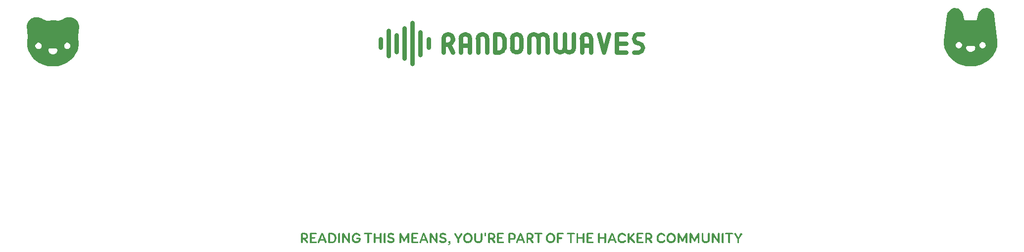
<source format=gto>
G04 #@! TF.GenerationSoftware,KiCad,Pcbnew,8.0.5*
G04 #@! TF.CreationDate,2024-11-13T13:26:37+03:00*
G04 #@! TF.ProjectId,Bottom,426f7474-6f6d-42e6-9b69-6361645f7063,rev?*
G04 #@! TF.SameCoordinates,Original*
G04 #@! TF.FileFunction,Legend,Top*
G04 #@! TF.FilePolarity,Positive*
%FSLAX46Y46*%
G04 Gerber Fmt 4.6, Leading zero omitted, Abs format (unit mm)*
G04 Created by KiCad (PCBNEW 8.0.5) date 2024-11-13 13:26:37*
%MOMM*%
%LPD*%
G01*
G04 APERTURE LIST*
%ADD10C,0.300000*%
%ADD11C,0.750000*%
%ADD12C,2.500000*%
G04 APERTURE END LIST*
D10*
G36*
X113117450Y-137482112D02*
G01*
X113204353Y-137494171D01*
X113291207Y-137518446D01*
X113331506Y-137534630D01*
X113411225Y-137576808D01*
X113479701Y-137628722D01*
X113507683Y-137657365D01*
X113560081Y-137726312D01*
X113599808Y-137804821D01*
X113617713Y-137860072D01*
X113635542Y-137947745D01*
X113641695Y-138040332D01*
X113639687Y-138095700D01*
X113625880Y-138189590D01*
X113598824Y-138275910D01*
X113558347Y-138354489D01*
X113530105Y-138393130D01*
X113470056Y-138455178D01*
X113397822Y-138506944D01*
X113313005Y-138547685D01*
X113582711Y-138908005D01*
X113598263Y-138929326D01*
X113641695Y-139006740D01*
X113653663Y-139084531D01*
X113652378Y-139103508D01*
X113614340Y-139183266D01*
X113582895Y-139209855D01*
X113499363Y-139229856D01*
X113493007Y-139229736D01*
X113411313Y-139201646D01*
X113401426Y-139194514D01*
X113339933Y-139131548D01*
X112974912Y-138601968D01*
X112744530Y-138601968D01*
X112744530Y-139066579D01*
X112741129Y-139105619D01*
X112703070Y-139183266D01*
X112673214Y-139207898D01*
X112590230Y-139229856D01*
X112557131Y-139226964D01*
X112479954Y-139183266D01*
X112455016Y-139150098D01*
X112435929Y-139066579D01*
X112435929Y-138327134D01*
X112744530Y-138327134D01*
X113038599Y-138327134D01*
X113094980Y-138323505D01*
X113177845Y-138300284D01*
X113249319Y-138250625D01*
X113283026Y-138209833D01*
X113316643Y-138126324D01*
X113325401Y-138040332D01*
X113321562Y-137982940D01*
X113297458Y-137898514D01*
X113247182Y-137827902D01*
X113209161Y-137799318D01*
X113125762Y-137764506D01*
X113033897Y-137753957D01*
X112744530Y-137753957D01*
X112744530Y-138327134D01*
X112435929Y-138327134D01*
X112435929Y-137633851D01*
X112439460Y-137596817D01*
X112479954Y-137521011D01*
X112505007Y-137501197D01*
X112590230Y-137479123D01*
X113041163Y-137479123D01*
X113117450Y-137482112D01*
G37*
G36*
X114996205Y-138958013D02*
G01*
X114255905Y-138958013D01*
X114255905Y-138463910D01*
X114726500Y-138463910D01*
X114810167Y-138445204D01*
X114836775Y-138427579D01*
X114876717Y-138349446D01*
X114878236Y-138326707D01*
X114852645Y-138243858D01*
X114836775Y-138226262D01*
X114754348Y-138193816D01*
X114726500Y-138192068D01*
X114255905Y-138192068D01*
X114255905Y-137753957D01*
X114993640Y-137753957D01*
X115077189Y-137733220D01*
X115098787Y-137717199D01*
X115136789Y-137639295D01*
X115138110Y-137616754D01*
X115114395Y-137533482D01*
X115098787Y-137515882D01*
X115017384Y-137480427D01*
X114993640Y-137479123D01*
X114104169Y-137479123D01*
X114020637Y-137497605D01*
X113989192Y-137521011D01*
X113950062Y-137600712D01*
X113947304Y-137633851D01*
X113947304Y-139075555D01*
X113969378Y-139161730D01*
X113989192Y-139188395D01*
X114067270Y-139227164D01*
X114101605Y-139229856D01*
X114996205Y-139229856D01*
X115079753Y-139209480D01*
X115101352Y-139193525D01*
X115136806Y-139115391D01*
X115138110Y-139092652D01*
X115113791Y-139008505D01*
X115101352Y-138994772D01*
X115019949Y-138959318D01*
X114996205Y-138958013D01*
G37*
G36*
X116094325Y-137480937D02*
G01*
X116176753Y-137515027D01*
X116201202Y-137541596D01*
X116245568Y-137618891D01*
X116804213Y-138973401D01*
X116810168Y-138987741D01*
X116828576Y-139072136D01*
X116825061Y-139110671D01*
X116781987Y-139185831D01*
X116750688Y-139208731D01*
X116667009Y-139229856D01*
X116656799Y-139229585D01*
X116576395Y-139199081D01*
X116556638Y-139180604D01*
X116514846Y-139105475D01*
X116411837Y-138828504D01*
X115711287Y-138828504D01*
X115598447Y-139128983D01*
X115595662Y-139136126D01*
X115542027Y-139206775D01*
X115539961Y-139208195D01*
X115456542Y-139229856D01*
X115427379Y-139228015D01*
X115346266Y-139191387D01*
X115328361Y-139170350D01*
X115304378Y-139087523D01*
X115312072Y-139033240D01*
X115331306Y-138973401D01*
X115496308Y-138573331D01*
X115811732Y-138573331D01*
X116311392Y-138573331D01*
X116061775Y-137918516D01*
X115811732Y-138573331D01*
X115496308Y-138573331D01*
X115889951Y-137618891D01*
X115906265Y-137584349D01*
X115958766Y-137515027D01*
X115980765Y-137499679D01*
X116066477Y-137479123D01*
X116094325Y-137480937D01*
G37*
G36*
X117784325Y-137480563D02*
G01*
X117875512Y-137490413D01*
X117961463Y-137509595D01*
X118042463Y-137538108D01*
X118060169Y-137546128D01*
X118143675Y-137591362D01*
X118218634Y-137645613D01*
X118284813Y-137709505D01*
X118314802Y-137746045D01*
X118363387Y-137818160D01*
X118404985Y-137898237D01*
X118439541Y-137986049D01*
X118463463Y-138069584D01*
X118480253Y-138157767D01*
X118490150Y-138250278D01*
X118493396Y-138346796D01*
X118489750Y-138443200D01*
X118478971Y-138535237D01*
X118461299Y-138623346D01*
X118436976Y-138707970D01*
X118418511Y-138758588D01*
X118379307Y-138843419D01*
X118332964Y-138920466D01*
X118280111Y-138990070D01*
X118267519Y-139004060D01*
X118199561Y-139068104D01*
X118123557Y-139122192D01*
X118039898Y-139166169D01*
X117995529Y-139184326D01*
X117912130Y-139209468D01*
X117824091Y-139224721D01*
X117731297Y-139229856D01*
X117250872Y-139229856D01*
X117211829Y-139227164D01*
X117133330Y-139188395D01*
X117114009Y-139159676D01*
X117096571Y-139075555D01*
X117096571Y-138958013D01*
X117405172Y-138958013D01*
X117711636Y-138958013D01*
X117732764Y-138957610D01*
X117824334Y-138945370D01*
X117909961Y-138914416D01*
X117920905Y-138908901D01*
X117995580Y-138858152D01*
X118056995Y-138790463D01*
X118074708Y-138764294D01*
X118116642Y-138683195D01*
X118145472Y-138597267D01*
X118162468Y-138524797D01*
X118173530Y-138439220D01*
X118177102Y-138346796D01*
X118172743Y-138246764D01*
X118159723Y-138155303D01*
X118138127Y-138072329D01*
X118102205Y-137986139D01*
X118054858Y-137911250D01*
X118039177Y-137892015D01*
X117967471Y-137827797D01*
X117881731Y-137783696D01*
X117795542Y-137761356D01*
X117699241Y-137753957D01*
X117405172Y-137753957D01*
X117405172Y-138958013D01*
X117096571Y-138958013D01*
X117096571Y-137633851D01*
X117098929Y-137600351D01*
X117135894Y-137521011D01*
X117169592Y-137495924D01*
X117253436Y-137479123D01*
X117731297Y-137479123D01*
X117784325Y-137480563D01*
G37*
G36*
X118799433Y-137638980D02*
G01*
X118799433Y-139069999D01*
X118820367Y-139155209D01*
X118843457Y-139184549D01*
X118920634Y-139227044D01*
X118953733Y-139229856D01*
X119036717Y-139208504D01*
X119066573Y-139184549D01*
X119105342Y-139104306D01*
X119108033Y-139069999D01*
X119108033Y-137638980D01*
X119088121Y-137553162D01*
X119066573Y-137522293D01*
X118990767Y-137482708D01*
X118953733Y-137479123D01*
X118868510Y-137501859D01*
X118843457Y-137522293D01*
X118802964Y-137600791D01*
X118799433Y-137638980D01*
G37*
G36*
X120496737Y-137636415D02*
G01*
X120496737Y-138621203D01*
X119764131Y-137552640D01*
X119703009Y-137494510D01*
X119632056Y-137479123D01*
X119546304Y-137500056D01*
X119514087Y-137532551D01*
X119483433Y-137613827D01*
X119479893Y-137656932D01*
X119479893Y-139075128D01*
X119500828Y-139160338D01*
X119523918Y-139189678D01*
X119602537Y-139227485D01*
X119634193Y-139229856D01*
X119717861Y-139209534D01*
X119744469Y-139189678D01*
X119785036Y-139113455D01*
X119788494Y-139075128D01*
X119788494Y-138136503D01*
X120516399Y-139156339D01*
X120582650Y-139212331D01*
X120658304Y-139229856D01*
X120742733Y-139206512D01*
X120766442Y-139184549D01*
X120803047Y-139106470D01*
X120805338Y-139075128D01*
X120805338Y-137636415D01*
X120785717Y-137553006D01*
X120758749Y-137519728D01*
X120681451Y-137481561D01*
X120651038Y-137479123D01*
X120567370Y-137499789D01*
X120540762Y-137519728D01*
X120500268Y-137597862D01*
X120496737Y-137636415D01*
G37*
G36*
X122464174Y-138299779D02*
G01*
X122035467Y-138299779D01*
X121951347Y-138317216D01*
X121922627Y-138336537D01*
X121882297Y-138414890D01*
X121880739Y-138437410D01*
X121908762Y-138520604D01*
X121922627Y-138535290D01*
X122001968Y-138569731D01*
X122035467Y-138572049D01*
X122334237Y-138572049D01*
X122321925Y-138661636D01*
X122289657Y-138746536D01*
X122238050Y-138816401D01*
X122218832Y-138834488D01*
X122142694Y-138883760D01*
X122061576Y-138912792D01*
X121968173Y-138927023D01*
X121922627Y-138928521D01*
X121832201Y-138920319D01*
X121747176Y-138896287D01*
X121723874Y-138886633D01*
X121649082Y-138843827D01*
X121580012Y-138783630D01*
X121567437Y-138769946D01*
X121514948Y-138699403D01*
X121474025Y-138617233D01*
X121464427Y-138591710D01*
X121440689Y-138504272D01*
X121429444Y-138417323D01*
X121427669Y-138363893D01*
X121431240Y-138277314D01*
X121443698Y-138188639D01*
X121459298Y-138126244D01*
X121492025Y-138044156D01*
X121538551Y-137967192D01*
X121557606Y-137942024D01*
X121618746Y-137880700D01*
X121691760Y-137833612D01*
X121714471Y-137822773D01*
X121799116Y-137794553D01*
X121886501Y-137781969D01*
X121922627Y-137780885D01*
X122013749Y-137788008D01*
X122101068Y-137811375D01*
X122143178Y-137830466D01*
X122217120Y-137880911D01*
X122279819Y-137941136D01*
X122302180Y-137967242D01*
X122368906Y-138023139D01*
X122370996Y-138024090D01*
X122444513Y-138041614D01*
X122526511Y-138013362D01*
X122542393Y-137999299D01*
X122580942Y-137920454D01*
X122581716Y-137892443D01*
X122564619Y-137808240D01*
X122515325Y-137737963D01*
X122493239Y-137717199D01*
X122430060Y-137657406D01*
X122356893Y-137601201D01*
X122281950Y-137556655D01*
X122231228Y-137533406D01*
X122142006Y-137504528D01*
X122054362Y-137487914D01*
X121959700Y-137479948D01*
X121915361Y-137479123D01*
X121821886Y-137483846D01*
X121731916Y-137498243D01*
X121645509Y-137522655D01*
X121599066Y-137540672D01*
X121519329Y-137579803D01*
X121445329Y-137627195D01*
X121377124Y-137682789D01*
X121341756Y-137717199D01*
X121285348Y-137785668D01*
X121235894Y-137862348D01*
X121193452Y-137946723D01*
X121172923Y-137996735D01*
X121145635Y-138081111D01*
X121126441Y-138170055D01*
X121115101Y-138263488D01*
X121111374Y-138361328D01*
X121115061Y-138456944D01*
X121126120Y-138548594D01*
X121144553Y-138635835D01*
X121170359Y-138718228D01*
X121208469Y-138806080D01*
X121253179Y-138885900D01*
X121305002Y-138957974D01*
X121337055Y-138994772D01*
X121400347Y-139054405D01*
X121469998Y-139105333D01*
X121545266Y-139148186D01*
X121589235Y-139168734D01*
X121673872Y-139198777D01*
X121762154Y-139218525D01*
X121854480Y-139228434D01*
X121907667Y-139229856D01*
X121993713Y-139226276D01*
X122084567Y-139213827D01*
X122168905Y-139192680D01*
X122221397Y-139173863D01*
X122302750Y-139135045D01*
X122376543Y-139087618D01*
X122442228Y-139031739D01*
X122454344Y-139019563D01*
X122514647Y-138947501D01*
X122563928Y-138867541D01*
X122598813Y-138787471D01*
X122625861Y-138701698D01*
X122642891Y-138612293D01*
X122649904Y-138519884D01*
X122650104Y-138501096D01*
X122639523Y-138413731D01*
X122611209Y-138354062D01*
X122534777Y-138307262D01*
X122464174Y-138299779D01*
G37*
G36*
X124480765Y-137479123D02*
G01*
X123366041Y-137479123D01*
X123280329Y-137499860D01*
X123258330Y-137515882D01*
X123217964Y-137594015D01*
X123216442Y-137616754D01*
X123242237Y-137699602D01*
X123258330Y-137717199D01*
X123338220Y-137752182D01*
X123366041Y-137753957D01*
X123770385Y-137753957D01*
X123770385Y-139069144D01*
X123790297Y-139154768D01*
X123811845Y-139184121D01*
X123887214Y-139226287D01*
X123924685Y-139229856D01*
X124007531Y-139208365D01*
X124037098Y-139184121D01*
X124075502Y-139107740D01*
X124078986Y-139069144D01*
X124078986Y-137753957D01*
X124480765Y-137753957D01*
X124564433Y-137734906D01*
X124591041Y-137717199D01*
X124630983Y-137639295D01*
X124632501Y-137616754D01*
X124606911Y-137533482D01*
X124591041Y-137515882D01*
X124512422Y-137481440D01*
X124480765Y-137479123D01*
G37*
G36*
X125925034Y-137639835D02*
G01*
X125925034Y-138190358D01*
X125182597Y-138190358D01*
X125182597Y-137639835D01*
X125162685Y-137553792D01*
X125141137Y-137522720D01*
X125065331Y-137482717D01*
X125028297Y-137479123D01*
X124943074Y-137502018D01*
X124918021Y-137522720D01*
X124877527Y-137601450D01*
X124873996Y-137639835D01*
X124873996Y-139068716D01*
X124894931Y-139154669D01*
X124918021Y-139184121D01*
X124995198Y-139227037D01*
X125028297Y-139229856D01*
X125111281Y-139208365D01*
X125141137Y-139184121D01*
X125179196Y-139107395D01*
X125182597Y-139068716D01*
X125182597Y-138465192D01*
X125925034Y-138465192D01*
X125925034Y-139068716D01*
X125945275Y-139154669D01*
X125966922Y-139184121D01*
X126042291Y-139226287D01*
X126079762Y-139229856D01*
X126164567Y-139206353D01*
X126189610Y-139184121D01*
X126230522Y-139107395D01*
X126234063Y-139068716D01*
X126234063Y-137639835D01*
X126212989Y-137553792D01*
X126189610Y-137522720D01*
X126112614Y-137481968D01*
X126079762Y-137479123D01*
X125995642Y-137500108D01*
X125966922Y-137522720D01*
X125928518Y-137601450D01*
X125925034Y-137639835D01*
G37*
G36*
X126605922Y-137638980D02*
G01*
X126605922Y-139069999D01*
X126626857Y-139155209D01*
X126649947Y-139184549D01*
X126727124Y-139227044D01*
X126760223Y-139229856D01*
X126843207Y-139208504D01*
X126873063Y-139184549D01*
X126911832Y-139104306D01*
X126914523Y-139069999D01*
X126914523Y-137638980D01*
X126894611Y-137553162D01*
X126873063Y-137522293D01*
X126797257Y-137482708D01*
X126760223Y-137479123D01*
X126675000Y-137501859D01*
X126649947Y-137522293D01*
X126609453Y-137600791D01*
X126605922Y-137638980D01*
G37*
G36*
X127852294Y-138928521D02*
G01*
X127765213Y-138922930D01*
X127724921Y-138916126D01*
X127640974Y-138892150D01*
X127619774Y-138884069D01*
X127543348Y-138840057D01*
X127536427Y-138834488D01*
X127467210Y-138783277D01*
X127460345Y-138777640D01*
X127403925Y-138745583D01*
X127340239Y-138733188D01*
X127298778Y-138740882D01*
X127252189Y-138765245D01*
X127212866Y-138814826D01*
X127195769Y-138889198D01*
X127222697Y-138970409D01*
X127279117Y-139036660D01*
X127345406Y-139092742D01*
X127367166Y-139107612D01*
X127441816Y-139149510D01*
X127487273Y-139168734D01*
X127571564Y-139196749D01*
X127636871Y-139212759D01*
X127725081Y-139225955D01*
X127814468Y-139229842D01*
X127820664Y-139229856D01*
X127908639Y-139226892D01*
X127999241Y-139216035D01*
X128089580Y-139193721D01*
X128104902Y-139188395D01*
X128189765Y-139153954D01*
X128268647Y-139107283D01*
X128305792Y-139078120D01*
X128369180Y-139012763D01*
X128417260Y-138938847D01*
X128428035Y-138916126D01*
X128456433Y-138833481D01*
X128469245Y-138746542D01*
X128469923Y-138720793D01*
X128463769Y-138629814D01*
X128443109Y-138545247D01*
X128425898Y-138505798D01*
X128376222Y-138432336D01*
X128312701Y-138368263D01*
X128308356Y-138364748D01*
X128232969Y-138314472D01*
X128152110Y-138277522D01*
X128146362Y-138275416D01*
X128060366Y-138245807D01*
X127974105Y-138219315D01*
X127962569Y-138216004D01*
X127875032Y-138192138D01*
X127788699Y-138165236D01*
X127701403Y-138131522D01*
X127653968Y-138107438D01*
X127586644Y-138052557D01*
X127556181Y-137967025D01*
X127556088Y-137961258D01*
X127581216Y-137879008D01*
X127619774Y-137835168D01*
X127700504Y-137794082D01*
X127785262Y-137781692D01*
X127818100Y-137780885D01*
X127903691Y-137786114D01*
X127928375Y-137790716D01*
X128009159Y-137815506D01*
X128070708Y-137844999D01*
X128121999Y-137877056D01*
X128180556Y-137906975D01*
X128251936Y-137919371D01*
X128300662Y-137909540D01*
X128347252Y-137884749D01*
X128384010Y-137837733D01*
X128398970Y-137768490D01*
X128378086Y-137685342D01*
X128376744Y-137682577D01*
X128317928Y-137617181D01*
X128298525Y-137604358D01*
X128220302Y-137560106D01*
X128140193Y-137525548D01*
X128107466Y-137513744D01*
X128020222Y-137493023D01*
X127928354Y-137482007D01*
X127845027Y-137479123D01*
X127755341Y-137483406D01*
X127668494Y-137496794D01*
X127612508Y-137511180D01*
X127527605Y-137542055D01*
X127451404Y-137582110D01*
X127418885Y-137604358D01*
X127352820Y-137664379D01*
X127301298Y-137734463D01*
X127288948Y-137756094D01*
X127255642Y-137841611D01*
X127241038Y-137928491D01*
X127239794Y-137963823D01*
X127246074Y-138052183D01*
X127267551Y-138135349D01*
X127279117Y-138161721D01*
X127323248Y-138237375D01*
X127382126Y-138300206D01*
X127453666Y-138351871D01*
X127530919Y-138391895D01*
X127536427Y-138394240D01*
X127620921Y-138428209D01*
X127704273Y-138453791D01*
X127722784Y-138458781D01*
X127805844Y-138480788D01*
X127890886Y-138505560D01*
X127923674Y-138515629D01*
X128005223Y-138546711D01*
X128055748Y-138572476D01*
X128120717Y-138630276D01*
X128129265Y-138641719D01*
X128151406Y-138726756D01*
X128151491Y-138733188D01*
X128128313Y-138817616D01*
X128126700Y-138819955D01*
X128063386Y-138879894D01*
X128060877Y-138881504D01*
X127978697Y-138913271D01*
X127965134Y-138916126D01*
X127877758Y-138927864D01*
X127852294Y-138928521D01*
G37*
G36*
X130619016Y-137626585D02*
G01*
X130116791Y-138547685D01*
X129621833Y-137626585D01*
X129575417Y-137549993D01*
X129543187Y-137514599D01*
X129461647Y-137480051D01*
X129442742Y-137479123D01*
X129356017Y-137498882D01*
X129320498Y-137524857D01*
X129277319Y-137603631D01*
X129271345Y-137656932D01*
X129271345Y-139075128D01*
X129294212Y-139161026D01*
X129315369Y-139187113D01*
X129393989Y-139227084D01*
X129425645Y-139229856D01*
X129511820Y-139207464D01*
X129538485Y-139187113D01*
X129577254Y-139107953D01*
X129579945Y-139075128D01*
X129579945Y-138121115D01*
X129972322Y-138872101D01*
X130020891Y-138943375D01*
X130101940Y-138981418D01*
X130106960Y-138981522D01*
X130187744Y-138953312D01*
X130241852Y-138884385D01*
X130246728Y-138874666D01*
X130651072Y-138110857D01*
X130651072Y-139075128D01*
X130673754Y-139161026D01*
X130695097Y-139187113D01*
X130773476Y-139227084D01*
X130805373Y-139229856D01*
X130891389Y-139207464D01*
X130917786Y-139187113D01*
X130956915Y-139107953D01*
X130959673Y-139075128D01*
X130959673Y-137656932D01*
X130945169Y-137569029D01*
X130913084Y-137522293D01*
X130833045Y-137482708D01*
X130795542Y-137479123D01*
X130712622Y-137505988D01*
X130704928Y-137512035D01*
X130647590Y-137576924D01*
X130619016Y-137626585D01*
G37*
G36*
X132380434Y-138958013D02*
G01*
X131640134Y-138958013D01*
X131640134Y-138463910D01*
X132110729Y-138463910D01*
X132194396Y-138445204D01*
X132221004Y-138427579D01*
X132260946Y-138349446D01*
X132262465Y-138326707D01*
X132236874Y-138243858D01*
X132221004Y-138226262D01*
X132138577Y-138193816D01*
X132110729Y-138192068D01*
X131640134Y-138192068D01*
X131640134Y-137753957D01*
X132377869Y-137753957D01*
X132461418Y-137733220D01*
X132483016Y-137717199D01*
X132521018Y-137639295D01*
X132522339Y-137616754D01*
X132498623Y-137533482D01*
X132483016Y-137515882D01*
X132401613Y-137480427D01*
X132377869Y-137479123D01*
X131488398Y-137479123D01*
X131404866Y-137497605D01*
X131373421Y-137521011D01*
X131334291Y-137600712D01*
X131331533Y-137633851D01*
X131331533Y-139075555D01*
X131353607Y-139161730D01*
X131373421Y-139188395D01*
X131451499Y-139227164D01*
X131485833Y-139229856D01*
X132380434Y-139229856D01*
X132463982Y-139209480D01*
X132485580Y-139193525D01*
X132521034Y-139115391D01*
X132522339Y-139092652D01*
X132498020Y-139008505D01*
X132485580Y-138994772D01*
X132404178Y-138959318D01*
X132380434Y-138958013D01*
G37*
G36*
X133478554Y-137480937D02*
G01*
X133560982Y-137515027D01*
X133585431Y-137541596D01*
X133629797Y-137618891D01*
X134188442Y-138973401D01*
X134194397Y-138987741D01*
X134212805Y-139072136D01*
X134209290Y-139110671D01*
X134166215Y-139185831D01*
X134134917Y-139208731D01*
X134051238Y-139229856D01*
X134041028Y-139229585D01*
X133960624Y-139199081D01*
X133940867Y-139180604D01*
X133899075Y-139105475D01*
X133796065Y-138828504D01*
X133095516Y-138828504D01*
X132982676Y-139128983D01*
X132979891Y-139136126D01*
X132926256Y-139206775D01*
X132924190Y-139208195D01*
X132840771Y-139229856D01*
X132811608Y-139228015D01*
X132730495Y-139191387D01*
X132712590Y-139170350D01*
X132688607Y-139087523D01*
X132696301Y-139033240D01*
X132715535Y-138973401D01*
X132880537Y-138573331D01*
X133195961Y-138573331D01*
X133695621Y-138573331D01*
X133446004Y-137918516D01*
X133195961Y-138573331D01*
X132880537Y-138573331D01*
X133274180Y-137618891D01*
X133290494Y-137584349D01*
X133342995Y-137515027D01*
X133364994Y-137499679D01*
X133450706Y-137479123D01*
X133478554Y-137480937D01*
G37*
G36*
X135497644Y-137636415D02*
G01*
X135497644Y-138621203D01*
X134765038Y-137552640D01*
X134703916Y-137494510D01*
X134632964Y-137479123D01*
X134547211Y-137500056D01*
X134514994Y-137532551D01*
X134484340Y-137613827D01*
X134480800Y-137656932D01*
X134480800Y-139075128D01*
X134501735Y-139160338D01*
X134524825Y-139189678D01*
X134603445Y-139227485D01*
X134635101Y-139229856D01*
X134718768Y-139209534D01*
X134745376Y-139189678D01*
X134785943Y-139113455D01*
X134789401Y-139075128D01*
X134789401Y-138136503D01*
X135517306Y-139156339D01*
X135583557Y-139212331D01*
X135659211Y-139229856D01*
X135743640Y-139206512D01*
X135767349Y-139184549D01*
X135803954Y-139106470D01*
X135806245Y-139075128D01*
X135806245Y-137636415D01*
X135786624Y-137553006D01*
X135759656Y-137519728D01*
X135682359Y-137481561D01*
X135651945Y-137479123D01*
X135568278Y-137499789D01*
X135541669Y-137519728D01*
X135501175Y-137597862D01*
X135497644Y-137636415D01*
G37*
G36*
X136744443Y-138928521D02*
G01*
X136657362Y-138922930D01*
X136617070Y-138916126D01*
X136533124Y-138892150D01*
X136511924Y-138884069D01*
X136435498Y-138840057D01*
X136428576Y-138834488D01*
X136359359Y-138783277D01*
X136352494Y-138777640D01*
X136296074Y-138745583D01*
X136232388Y-138733188D01*
X136190928Y-138740882D01*
X136144338Y-138765245D01*
X136105015Y-138814826D01*
X136087918Y-138889198D01*
X136114846Y-138970409D01*
X136171266Y-139036660D01*
X136237555Y-139092742D01*
X136259316Y-139107612D01*
X136333965Y-139149510D01*
X136379422Y-139168734D01*
X136463713Y-139196749D01*
X136529021Y-139212759D01*
X136617231Y-139225955D01*
X136706618Y-139229842D01*
X136712814Y-139229856D01*
X136800788Y-139226892D01*
X136891390Y-139216035D01*
X136981730Y-139193721D01*
X136997051Y-139188395D01*
X137081914Y-139153954D01*
X137160796Y-139107283D01*
X137197941Y-139078120D01*
X137261330Y-139012763D01*
X137309409Y-138938847D01*
X137320184Y-138916126D01*
X137348582Y-138833481D01*
X137361394Y-138746542D01*
X137362072Y-138720793D01*
X137355919Y-138629814D01*
X137335259Y-138545247D01*
X137318047Y-138505798D01*
X137268371Y-138432336D01*
X137204851Y-138368263D01*
X137200505Y-138364748D01*
X137125118Y-138314472D01*
X137044259Y-138277522D01*
X137038511Y-138275416D01*
X136952515Y-138245807D01*
X136866254Y-138219315D01*
X136854719Y-138216004D01*
X136767182Y-138192138D01*
X136680848Y-138165236D01*
X136593552Y-138131522D01*
X136546118Y-138107438D01*
X136478793Y-138052557D01*
X136448330Y-137967025D01*
X136448237Y-137961258D01*
X136473365Y-137879008D01*
X136511924Y-137835168D01*
X136592654Y-137794082D01*
X136677412Y-137781692D01*
X136710249Y-137780885D01*
X136795841Y-137786114D01*
X136820525Y-137790716D01*
X136901308Y-137815506D01*
X136962857Y-137844999D01*
X137014148Y-137877056D01*
X137072705Y-137906975D01*
X137144085Y-137919371D01*
X137192812Y-137909540D01*
X137239401Y-137884749D01*
X137276160Y-137837733D01*
X137291120Y-137768490D01*
X137270236Y-137685342D01*
X137268893Y-137682577D01*
X137210078Y-137617181D01*
X137190675Y-137604358D01*
X137112451Y-137560106D01*
X137032343Y-137525548D01*
X136999616Y-137513744D01*
X136912371Y-137493023D01*
X136820503Y-137482007D01*
X136737177Y-137479123D01*
X136647490Y-137483406D01*
X136560644Y-137496794D01*
X136504658Y-137511180D01*
X136419754Y-137542055D01*
X136343554Y-137582110D01*
X136311034Y-137604358D01*
X136244970Y-137664379D01*
X136193447Y-137734463D01*
X136181097Y-137756094D01*
X136147791Y-137841611D01*
X136133187Y-137928491D01*
X136131943Y-137963823D01*
X136138223Y-138052183D01*
X136159700Y-138135349D01*
X136171266Y-138161721D01*
X136215398Y-138237375D01*
X136274275Y-138300206D01*
X136345816Y-138351871D01*
X136423069Y-138391895D01*
X136428576Y-138394240D01*
X136513070Y-138428209D01*
X136596423Y-138453791D01*
X136614933Y-138458781D01*
X136697993Y-138480788D01*
X136783036Y-138505560D01*
X136815823Y-138515629D01*
X136897373Y-138546711D01*
X136947897Y-138572476D01*
X137012866Y-138630276D01*
X137021414Y-138641719D01*
X137043555Y-138726756D01*
X137043640Y-138733188D01*
X137020463Y-138817616D01*
X137018850Y-138819955D01*
X136955536Y-138879894D01*
X136953026Y-138881504D01*
X136870846Y-138913271D01*
X136857283Y-138916126D01*
X136769907Y-138927864D01*
X136744443Y-138928521D01*
G37*
G36*
X138008339Y-139107612D02*
G01*
X137999702Y-139020582D01*
X137964305Y-138938561D01*
X137954483Y-138926384D01*
X137883121Y-138876340D01*
X137814715Y-138864835D01*
X137727642Y-138884646D01*
X137689480Y-138911424D01*
X137644261Y-138985350D01*
X137635624Y-139053757D01*
X137657098Y-139138687D01*
X137670245Y-139161468D01*
X137743327Y-139213808D01*
X137807449Y-139229856D01*
X137788287Y-139318701D01*
X137733672Y-139393095D01*
X137653025Y-139439594D01*
X137643318Y-139443141D01*
X137589086Y-139511149D01*
X137589035Y-139514093D01*
X137611261Y-139563247D01*
X137672383Y-139580344D01*
X137759888Y-139563285D01*
X137777957Y-139555981D01*
X137852061Y-139507756D01*
X137888232Y-139472633D01*
X137938300Y-139401872D01*
X137973717Y-139325599D01*
X137997029Y-139239302D01*
X138007048Y-139154394D01*
X138008339Y-139107612D01*
G37*
G36*
X139768475Y-137573156D02*
G01*
X139364131Y-138283537D01*
X138940125Y-137552640D01*
X138884132Y-137494510D01*
X138815317Y-137479123D01*
X138729303Y-137500803D01*
X138702477Y-137524857D01*
X138667493Y-137604527D01*
X138665718Y-137629149D01*
X138670847Y-137674456D01*
X138687944Y-137720191D01*
X139205129Y-138588291D01*
X139205129Y-139069999D01*
X139225874Y-139155209D01*
X139249153Y-139184549D01*
X139326330Y-139227044D01*
X139359429Y-139229856D01*
X139443221Y-139208504D01*
X139471842Y-139184549D01*
X139510971Y-139104306D01*
X139513729Y-139069999D01*
X139513729Y-138588291D01*
X140011252Y-137755667D01*
X140042882Y-137689843D01*
X140057414Y-137616326D01*
X140027257Y-137533531D01*
X140011252Y-137517164D01*
X139933021Y-137480959D01*
X139910380Y-137479123D01*
X139826766Y-137500784D01*
X139824895Y-137502204D01*
X139770085Y-137570100D01*
X139768475Y-137573156D01*
G37*
G36*
X141039047Y-137480573D02*
G01*
X141134417Y-137490628D01*
X141224524Y-137510547D01*
X141309769Y-137540672D01*
X141354594Y-137561389D01*
X141430071Y-137605116D01*
X141499095Y-137657072D01*
X141561950Y-137717199D01*
X141593967Y-137754156D01*
X141645473Y-137826899D01*
X141689397Y-137907008D01*
X141726081Y-137993743D01*
X141751887Y-138077525D01*
X141770320Y-138165835D01*
X141781379Y-138258392D01*
X141785066Y-138354917D01*
X141781379Y-138451161D01*
X141770320Y-138543358D01*
X141751887Y-138630987D01*
X141726081Y-138713526D01*
X141706574Y-138762486D01*
X141665910Y-138845631D01*
X141617816Y-138921740D01*
X141561950Y-138990070D01*
X141527775Y-139024309D01*
X141461528Y-139079723D01*
X141388955Y-139127048D01*
X141309769Y-139166169D01*
X141253460Y-139187601D01*
X141165017Y-139211656D01*
X141071446Y-139225795D01*
X140983644Y-139229856D01*
X140929265Y-139228266D01*
X140834979Y-139217482D01*
X140745271Y-139196707D01*
X140660083Y-139166169D01*
X140615258Y-139145455D01*
X140539781Y-139101762D01*
X140470758Y-139049929D01*
X140407903Y-138990070D01*
X140375886Y-138953113D01*
X140324380Y-138880370D01*
X140280456Y-138800261D01*
X140243771Y-138713526D01*
X140217966Y-138630987D01*
X140199533Y-138543358D01*
X140188473Y-138451161D01*
X140184787Y-138354917D01*
X140501081Y-138354917D01*
X140503359Y-138416493D01*
X140514876Y-138504399D01*
X140535275Y-138587436D01*
X140544162Y-138613769D01*
X140583305Y-138697048D01*
X140633155Y-138767809D01*
X140641119Y-138777437D01*
X140707619Y-138840188D01*
X140785319Y-138886633D01*
X140813329Y-138898510D01*
X140897671Y-138921440D01*
X140983644Y-138928521D01*
X141010876Y-138927843D01*
X141101187Y-138915031D01*
X141184534Y-138886633D01*
X141195925Y-138881364D01*
X141272668Y-138832775D01*
X141336697Y-138767809D01*
X141355581Y-138743866D01*
X141401879Y-138668832D01*
X141434577Y-138587436D01*
X141449297Y-138532592D01*
X141463813Y-138446369D01*
X141468771Y-138354917D01*
X141466554Y-138291678D01*
X141455164Y-138202893D01*
X141434577Y-138119833D01*
X141425691Y-138094323D01*
X141386547Y-138011861D01*
X141336697Y-137939032D01*
X141328733Y-137929856D01*
X141262233Y-137868954D01*
X141184534Y-137822773D01*
X141155499Y-137810896D01*
X141069789Y-137787966D01*
X140983644Y-137780885D01*
X140956411Y-137781563D01*
X140866101Y-137794375D01*
X140782754Y-137822773D01*
X140771856Y-137828042D01*
X140695732Y-137876247D01*
X140631018Y-137939032D01*
X140612132Y-137964018D01*
X140567076Y-138040139D01*
X140535275Y-138119833D01*
X140519181Y-138181660D01*
X140505354Y-138268849D01*
X140501081Y-138354917D01*
X140184787Y-138354917D01*
X140188473Y-138258392D01*
X140199533Y-138165835D01*
X140217966Y-138077525D01*
X140243771Y-137993743D01*
X140263278Y-137944783D01*
X140303942Y-137861638D01*
X140352036Y-137785529D01*
X140407903Y-137717199D01*
X140442078Y-137682789D01*
X140508324Y-137627195D01*
X140580898Y-137579803D01*
X140660083Y-137540672D01*
X140716376Y-137519438D01*
X140804571Y-137496155D01*
X140897324Y-137482850D01*
X140983644Y-137479123D01*
X141039047Y-137480573D01*
G37*
G36*
X143161374Y-137637698D02*
G01*
X143161374Y-138489128D01*
X143155289Y-138592438D01*
X143137058Y-138681843D01*
X143097241Y-138774108D01*
X143038568Y-138844787D01*
X142961108Y-138893959D01*
X142864929Y-138921702D01*
X142774555Y-138928521D01*
X142684039Y-138921809D01*
X142587733Y-138894542D01*
X142510190Y-138846300D01*
X142451470Y-138777084D01*
X142411631Y-138686892D01*
X142393393Y-138599638D01*
X142387308Y-138498959D01*
X142387308Y-137637698D01*
X142367067Y-137552536D01*
X142345420Y-137521865D01*
X142266139Y-137481955D01*
X142233007Y-137479123D01*
X142147785Y-137501701D01*
X142122732Y-137521865D01*
X142082165Y-137599674D01*
X142078707Y-137637698D01*
X142078707Y-138546831D01*
X142083637Y-138641004D01*
X142098116Y-138729809D01*
X142121674Y-138812385D01*
X142127433Y-138828076D01*
X142164943Y-138911302D01*
X142212187Y-138984944D01*
X142264637Y-139043926D01*
X142330512Y-139099966D01*
X142406066Y-139146897D01*
X142482623Y-139181129D01*
X142566620Y-139206446D01*
X142657317Y-139222778D01*
X142744413Y-139229407D01*
X142774555Y-139229856D01*
X142863055Y-139225856D01*
X142955570Y-139212310D01*
X143041582Y-139189640D01*
X143066058Y-139181129D01*
X143149371Y-139142919D01*
X143223621Y-139094405D01*
X143284045Y-139041361D01*
X143341925Y-138974437D01*
X143389502Y-138899312D01*
X143423813Y-138823375D01*
X143448634Y-138740253D01*
X143464001Y-138651278D01*
X143470227Y-138556604D01*
X143470403Y-138537000D01*
X143470403Y-137637698D01*
X143450162Y-137552536D01*
X143428515Y-137521865D01*
X143348813Y-137481955D01*
X143315675Y-137479123D01*
X143231882Y-137499831D01*
X143203262Y-137521865D01*
X143164858Y-137599674D01*
X143161374Y-137637698D01*
G37*
G36*
X143839270Y-137579568D02*
G01*
X143863633Y-137964250D01*
X143893126Y-138030074D01*
X143956812Y-138057002D01*
X144023063Y-138030074D01*
X144052555Y-137966387D01*
X144079483Y-137581705D01*
X144059810Y-137497558D01*
X144047426Y-137483825D01*
X143966961Y-137452029D01*
X143956812Y-137451768D01*
X143875955Y-137479802D01*
X143871327Y-137483825D01*
X143838895Y-137564339D01*
X143839270Y-137579568D01*
G37*
G36*
X145141839Y-137482112D02*
G01*
X145228742Y-137494171D01*
X145315596Y-137518446D01*
X145355896Y-137534630D01*
X145435614Y-137576808D01*
X145504091Y-137628722D01*
X145532072Y-137657365D01*
X145584470Y-137726312D01*
X145624197Y-137804821D01*
X145642102Y-137860072D01*
X145659931Y-137947745D01*
X145666085Y-138040332D01*
X145664076Y-138095700D01*
X145650269Y-138189590D01*
X145623213Y-138275910D01*
X145582737Y-138354489D01*
X145554494Y-138393130D01*
X145494445Y-138455178D01*
X145422212Y-138506944D01*
X145337395Y-138547685D01*
X145607100Y-138908005D01*
X145622653Y-138929326D01*
X145666085Y-139006740D01*
X145678053Y-139084531D01*
X145676768Y-139103508D01*
X145638729Y-139183266D01*
X145607284Y-139209855D01*
X145523752Y-139229856D01*
X145517396Y-139229736D01*
X145435703Y-139201646D01*
X145425816Y-139194514D01*
X145364323Y-139131548D01*
X144999302Y-138601968D01*
X144768920Y-138601968D01*
X144768920Y-139066579D01*
X144765519Y-139105619D01*
X144727459Y-139183266D01*
X144697603Y-139207898D01*
X144614619Y-139229856D01*
X144581520Y-139226964D01*
X144504344Y-139183266D01*
X144479405Y-139150098D01*
X144460319Y-139066579D01*
X144460319Y-138327134D01*
X144768920Y-138327134D01*
X145062988Y-138327134D01*
X145119369Y-138323505D01*
X145202234Y-138300284D01*
X145273709Y-138250625D01*
X145307415Y-138209833D01*
X145341032Y-138126324D01*
X145349790Y-138040332D01*
X145345951Y-137982940D01*
X145321848Y-137898514D01*
X145271571Y-137827902D01*
X145233551Y-137799318D01*
X145150152Y-137764506D01*
X145058286Y-137753957D01*
X144768920Y-137753957D01*
X144768920Y-138327134D01*
X144460319Y-138327134D01*
X144460319Y-137633851D01*
X144463850Y-137596817D01*
X144504344Y-137521011D01*
X144529397Y-137501197D01*
X144614619Y-137479123D01*
X145065553Y-137479123D01*
X145141839Y-137482112D01*
G37*
G36*
X147020594Y-138958013D02*
G01*
X146280294Y-138958013D01*
X146280294Y-138463910D01*
X146750889Y-138463910D01*
X146834556Y-138445204D01*
X146861165Y-138427579D01*
X146901106Y-138349446D01*
X146902625Y-138326707D01*
X146877034Y-138243858D01*
X146861165Y-138226262D01*
X146778737Y-138193816D01*
X146750889Y-138192068D01*
X146280294Y-138192068D01*
X146280294Y-137753957D01*
X147018030Y-137753957D01*
X147101578Y-137733220D01*
X147123176Y-137717199D01*
X147161178Y-137639295D01*
X147162500Y-137616754D01*
X147138784Y-137533482D01*
X147123176Y-137515882D01*
X147041774Y-137480427D01*
X147018030Y-137479123D01*
X146128558Y-137479123D01*
X146045026Y-137497605D01*
X146013581Y-137521011D01*
X145974452Y-137600712D01*
X145971693Y-137633851D01*
X145971693Y-139075555D01*
X145993767Y-139161730D01*
X146013581Y-139188395D01*
X146091660Y-139227164D01*
X146125994Y-139229856D01*
X147020594Y-139229856D01*
X147104143Y-139209480D01*
X147125741Y-139193525D01*
X147161195Y-139115391D01*
X147162500Y-139092652D01*
X147138180Y-139008505D01*
X147125741Y-138994772D01*
X147044338Y-138959318D01*
X147020594Y-138958013D01*
G37*
G36*
X148647024Y-137483414D02*
G01*
X148738353Y-137497605D01*
X148822618Y-137521011D01*
X148871131Y-137540457D01*
X148947652Y-137581996D01*
X149020943Y-137638552D01*
X149054735Y-137673712D01*
X149107906Y-137747371D01*
X149146179Y-137825765D01*
X149171307Y-137906538D01*
X149185933Y-137994584D01*
X149190204Y-138080937D01*
X149185933Y-138168252D01*
X149171307Y-138258335D01*
X149146179Y-138341667D01*
X149123733Y-138388607D01*
X149077969Y-138460844D01*
X149016242Y-138528451D01*
X148971709Y-138563433D01*
X148896846Y-138608468D01*
X148812787Y-138643856D01*
X148728523Y-138666444D01*
X148637193Y-138679154D01*
X148548211Y-138682752D01*
X148251578Y-138682752D01*
X148251578Y-139067434D01*
X148248177Y-139106448D01*
X148210118Y-139186258D01*
X148180262Y-139208870D01*
X148097278Y-139229856D01*
X148064179Y-139227011D01*
X147987002Y-139186258D01*
X147962064Y-139151367D01*
X147942978Y-139067434D01*
X147942978Y-138408345D01*
X148251578Y-138408345D01*
X148548211Y-138408345D01*
X148632759Y-138401584D01*
X148719240Y-138374556D01*
X148793126Y-138320723D01*
X148839119Y-138252470D01*
X148866020Y-138169369D01*
X148873909Y-138080937D01*
X148867471Y-137997460D01*
X148841831Y-137911391D01*
X148790989Y-137839015D01*
X148723364Y-137790525D01*
X148637273Y-137762235D01*
X148543510Y-137753957D01*
X148251578Y-137753957D01*
X148251578Y-138408345D01*
X147942978Y-138408345D01*
X147942978Y-137633851D01*
X147946509Y-137596817D01*
X147987002Y-137521011D01*
X148012055Y-137501197D01*
X148097278Y-137479123D01*
X148558042Y-137479123D01*
X148647024Y-137483414D01*
G37*
G36*
X150011353Y-137480937D02*
G01*
X150093780Y-137515027D01*
X150118229Y-137541596D01*
X150162595Y-137618891D01*
X150721240Y-138973401D01*
X150727195Y-138987741D01*
X150745603Y-139072136D01*
X150742088Y-139110671D01*
X150699014Y-139185831D01*
X150667715Y-139208731D01*
X150584036Y-139229856D01*
X150573827Y-139229585D01*
X150493422Y-139199081D01*
X150473665Y-139180604D01*
X150431873Y-139105475D01*
X150328864Y-138828504D01*
X149628314Y-138828504D01*
X149515474Y-139128983D01*
X149512690Y-139136126D01*
X149459054Y-139206775D01*
X149456988Y-139208195D01*
X149373569Y-139229856D01*
X149344406Y-139228015D01*
X149263293Y-139191387D01*
X149245388Y-139170350D01*
X149221406Y-139087523D01*
X149229099Y-139033240D01*
X149248333Y-138973401D01*
X149413335Y-138573331D01*
X149728759Y-138573331D01*
X150228419Y-138573331D01*
X149978803Y-137918516D01*
X149728759Y-138573331D01*
X149413335Y-138573331D01*
X149806978Y-137618891D01*
X149823292Y-137584349D01*
X149875793Y-137515027D01*
X149897792Y-137499679D01*
X149983504Y-137479123D01*
X150011353Y-137480937D01*
G37*
G36*
X151695119Y-137482112D02*
G01*
X151782022Y-137494171D01*
X151868876Y-137518446D01*
X151909176Y-137534630D01*
X151988894Y-137576808D01*
X152057370Y-137628722D01*
X152085352Y-137657365D01*
X152137750Y-137726312D01*
X152177477Y-137804821D01*
X152195382Y-137860072D01*
X152213211Y-137947745D01*
X152219364Y-138040332D01*
X152217356Y-138095700D01*
X152203549Y-138189590D01*
X152176493Y-138275910D01*
X152136017Y-138354489D01*
X152107774Y-138393130D01*
X152047725Y-138455178D01*
X151975492Y-138506944D01*
X151890675Y-138547685D01*
X152160380Y-138908005D01*
X152175932Y-138929326D01*
X152219364Y-139006740D01*
X152231332Y-139084531D01*
X152230048Y-139103508D01*
X152192009Y-139183266D01*
X152160564Y-139209855D01*
X152077032Y-139229856D01*
X152070676Y-139229736D01*
X151988982Y-139201646D01*
X151979096Y-139194514D01*
X151917602Y-139131548D01*
X151552581Y-138601968D01*
X151322199Y-138601968D01*
X151322199Y-139066579D01*
X151318798Y-139105619D01*
X151280739Y-139183266D01*
X151250883Y-139207898D01*
X151167899Y-139229856D01*
X151134800Y-139226964D01*
X151057623Y-139183266D01*
X151032685Y-139150098D01*
X151013599Y-139066579D01*
X151013599Y-138327134D01*
X151322199Y-138327134D01*
X151616268Y-138327134D01*
X151672649Y-138323505D01*
X151755514Y-138300284D01*
X151826988Y-138250625D01*
X151860695Y-138209833D01*
X151894312Y-138126324D01*
X151903070Y-138040332D01*
X151899231Y-137982940D01*
X151875128Y-137898514D01*
X151824851Y-137827902D01*
X151786831Y-137799318D01*
X151703432Y-137764506D01*
X151611566Y-137753957D01*
X151322199Y-137753957D01*
X151322199Y-138327134D01*
X151013599Y-138327134D01*
X151013599Y-137633851D01*
X151017130Y-137596817D01*
X151057623Y-137521011D01*
X151082677Y-137501197D01*
X151167899Y-137479123D01*
X151618832Y-137479123D01*
X151695119Y-137482112D01*
G37*
G36*
X153612342Y-137479123D02*
G01*
X152497618Y-137479123D01*
X152411906Y-137499860D01*
X152389907Y-137515882D01*
X152349541Y-137594015D01*
X152348019Y-137616754D01*
X152373814Y-137699602D01*
X152389907Y-137717199D01*
X152469797Y-137752182D01*
X152497618Y-137753957D01*
X152901962Y-137753957D01*
X152901962Y-139069144D01*
X152921874Y-139154768D01*
X152943422Y-139184121D01*
X153018791Y-139226287D01*
X153056263Y-139229856D01*
X153139108Y-139208365D01*
X153168675Y-139184121D01*
X153207080Y-139107740D01*
X153210563Y-139069144D01*
X153210563Y-137753957D01*
X153612342Y-137753957D01*
X153696010Y-137734906D01*
X153722618Y-137717199D01*
X153762560Y-137639295D01*
X153764078Y-137616754D01*
X153738488Y-137533482D01*
X153722618Y-137515882D01*
X153643999Y-137481440D01*
X153612342Y-137479123D01*
G37*
G36*
X155181685Y-137480573D02*
G01*
X155277054Y-137490628D01*
X155367162Y-137510547D01*
X155452407Y-137540672D01*
X155497232Y-137561389D01*
X155572709Y-137605116D01*
X155641733Y-137657072D01*
X155704588Y-137717199D01*
X155736604Y-137754156D01*
X155788110Y-137826899D01*
X155832034Y-137907008D01*
X155868719Y-137993743D01*
X155894525Y-138077525D01*
X155912957Y-138165835D01*
X155924017Y-138258392D01*
X155927704Y-138354917D01*
X155924017Y-138451161D01*
X155912957Y-138543358D01*
X155894525Y-138630987D01*
X155868719Y-138713526D01*
X155849212Y-138762486D01*
X155808548Y-138845631D01*
X155760454Y-138921740D01*
X155704588Y-138990070D01*
X155670413Y-139024309D01*
X155604166Y-139079723D01*
X155531592Y-139127048D01*
X155452407Y-139166169D01*
X155396097Y-139187601D01*
X155307655Y-139211656D01*
X155214084Y-139225795D01*
X155126282Y-139229856D01*
X155071902Y-139228266D01*
X154977617Y-139217482D01*
X154887909Y-139196707D01*
X154802721Y-139166169D01*
X154757896Y-139145455D01*
X154682419Y-139101762D01*
X154613396Y-139049929D01*
X154550540Y-138990070D01*
X154518524Y-138953113D01*
X154467018Y-138880370D01*
X154423094Y-138800261D01*
X154386409Y-138713526D01*
X154360603Y-138630987D01*
X154342171Y-138543358D01*
X154331111Y-138451161D01*
X154327424Y-138354917D01*
X154643719Y-138354917D01*
X154645996Y-138416493D01*
X154657514Y-138504399D01*
X154677913Y-138587436D01*
X154686800Y-138613769D01*
X154725943Y-138697048D01*
X154775793Y-138767809D01*
X154783757Y-138777437D01*
X154850257Y-138840188D01*
X154927957Y-138886633D01*
X154955967Y-138898510D01*
X155040309Y-138921440D01*
X155126282Y-138928521D01*
X155153514Y-138927843D01*
X155243825Y-138915031D01*
X155327172Y-138886633D01*
X155338563Y-138881364D01*
X155415306Y-138832775D01*
X155479335Y-138767809D01*
X155498219Y-138743866D01*
X155544517Y-138668832D01*
X155577215Y-138587436D01*
X155591935Y-138532592D01*
X155606450Y-138446369D01*
X155611409Y-138354917D01*
X155609192Y-138291678D01*
X155597802Y-138202893D01*
X155577215Y-138119833D01*
X155568329Y-138094323D01*
X155529185Y-138011861D01*
X155479335Y-137939032D01*
X155471371Y-137929856D01*
X155404871Y-137868954D01*
X155327172Y-137822773D01*
X155298137Y-137810896D01*
X155212426Y-137787966D01*
X155126282Y-137780885D01*
X155099049Y-137781563D01*
X155008739Y-137794375D01*
X154925392Y-137822773D01*
X154914494Y-137828042D01*
X154838369Y-137876247D01*
X154773656Y-137939032D01*
X154754769Y-137964018D01*
X154709714Y-138040139D01*
X154677913Y-138119833D01*
X154661818Y-138181660D01*
X154647991Y-138268849D01*
X154643719Y-138354917D01*
X154327424Y-138354917D01*
X154331111Y-138258392D01*
X154342171Y-138165835D01*
X154360603Y-138077525D01*
X154386409Y-137993743D01*
X154405916Y-137944783D01*
X154446580Y-137861638D01*
X154494674Y-137785529D01*
X154550540Y-137717199D01*
X154584715Y-137682789D01*
X154650962Y-137627195D01*
X154723536Y-137579803D01*
X154802721Y-137540672D01*
X154859014Y-137519438D01*
X154947209Y-137496155D01*
X155039962Y-137482850D01*
X155126282Y-137479123D01*
X155181685Y-137480573D01*
G37*
G36*
X157247592Y-137479123D02*
G01*
X156390177Y-137479123D01*
X156304003Y-137499127D01*
X156277337Y-137518446D01*
X156236104Y-137595623D01*
X156233312Y-137628722D01*
X156233312Y-139067862D01*
X156251583Y-139154142D01*
X156272636Y-139183694D01*
X156347680Y-139226204D01*
X156387613Y-139229856D01*
X156471555Y-139209975D01*
X156503018Y-139183694D01*
X156539623Y-139102550D01*
X156541913Y-139067862D01*
X156541913Y-138518621D01*
X156997976Y-138518621D01*
X157081524Y-138498244D01*
X157103122Y-138482289D01*
X157138576Y-138404156D01*
X157139881Y-138381417D01*
X157117388Y-138298569D01*
X157103122Y-138280972D01*
X157021720Y-138248066D01*
X156997976Y-138246778D01*
X156541913Y-138246778D01*
X156541913Y-137753957D01*
X157247592Y-137753957D01*
X157331561Y-137733220D01*
X157353166Y-137717199D01*
X157388620Y-137639295D01*
X157389924Y-137616754D01*
X157367432Y-137533482D01*
X157353166Y-137515882D01*
X157271534Y-137480427D01*
X157247592Y-137479123D01*
G37*
G36*
X159170577Y-137479123D02*
G01*
X158055853Y-137479123D01*
X157970141Y-137499860D01*
X157948142Y-137515882D01*
X157907775Y-137594015D01*
X157906254Y-137616754D01*
X157932048Y-137699602D01*
X157948142Y-137717199D01*
X158028031Y-137752182D01*
X158055853Y-137753957D01*
X158460197Y-137753957D01*
X158460197Y-139069144D01*
X158480109Y-139154768D01*
X158501657Y-139184121D01*
X158577026Y-139226287D01*
X158614497Y-139229856D01*
X158697342Y-139208365D01*
X158726910Y-139184121D01*
X158765314Y-139107740D01*
X158768797Y-139069144D01*
X158768797Y-137753957D01*
X159170577Y-137753957D01*
X159254244Y-137734906D01*
X159280853Y-137717199D01*
X159320794Y-137639295D01*
X159322313Y-137616754D01*
X159296722Y-137533482D01*
X159280853Y-137515882D01*
X159202233Y-137481440D01*
X159170577Y-137479123D01*
G37*
G36*
X160614846Y-137639835D02*
G01*
X160614846Y-138190358D01*
X159872409Y-138190358D01*
X159872409Y-137639835D01*
X159852497Y-137553792D01*
X159830949Y-137522720D01*
X159755142Y-137482717D01*
X159718108Y-137479123D01*
X159632886Y-137502018D01*
X159607833Y-137522720D01*
X159567339Y-137601450D01*
X159563808Y-137639835D01*
X159563808Y-139068716D01*
X159584743Y-139154669D01*
X159607833Y-139184121D01*
X159685010Y-139227037D01*
X159718108Y-139229856D01*
X159801092Y-139208365D01*
X159830949Y-139184121D01*
X159869008Y-139107395D01*
X159872409Y-139068716D01*
X159872409Y-138465192D01*
X160614846Y-138465192D01*
X160614846Y-139068716D01*
X160635086Y-139154669D01*
X160656734Y-139184121D01*
X160732102Y-139226287D01*
X160769574Y-139229856D01*
X160854378Y-139206353D01*
X160879422Y-139184121D01*
X160920334Y-139107395D01*
X160923874Y-139068716D01*
X160923874Y-137639835D01*
X160902800Y-137553792D01*
X160879422Y-137522720D01*
X160802425Y-137481968D01*
X160769574Y-137479123D01*
X160685453Y-137500108D01*
X160656734Y-137522720D01*
X160618329Y-137601450D01*
X160614846Y-137639835D01*
G37*
G36*
X162344635Y-138958013D02*
G01*
X161604335Y-138958013D01*
X161604335Y-138463910D01*
X162074930Y-138463910D01*
X162158597Y-138445204D01*
X162185205Y-138427579D01*
X162225147Y-138349446D01*
X162226666Y-138326707D01*
X162201075Y-138243858D01*
X162185205Y-138226262D01*
X162102778Y-138193816D01*
X162074930Y-138192068D01*
X161604335Y-138192068D01*
X161604335Y-137753957D01*
X162342070Y-137753957D01*
X162425619Y-137733220D01*
X162447217Y-137717199D01*
X162485219Y-137639295D01*
X162486540Y-137616754D01*
X162462824Y-137533482D01*
X162447217Y-137515882D01*
X162365814Y-137480427D01*
X162342070Y-137479123D01*
X161452599Y-137479123D01*
X161369067Y-137497605D01*
X161337622Y-137521011D01*
X161298492Y-137600712D01*
X161295734Y-137633851D01*
X161295734Y-139075555D01*
X161317808Y-139161730D01*
X161337622Y-139188395D01*
X161415700Y-139227164D01*
X161450034Y-139229856D01*
X162344635Y-139229856D01*
X162428183Y-139209480D01*
X162449781Y-139193525D01*
X162485235Y-139115391D01*
X162486540Y-139092652D01*
X162462221Y-139008505D01*
X162449781Y-138994772D01*
X162368379Y-138959318D01*
X162344635Y-138958013D01*
G37*
G36*
X164318056Y-137639835D02*
G01*
X164318056Y-138190358D01*
X163575619Y-138190358D01*
X163575619Y-137639835D01*
X163555707Y-137553792D01*
X163534159Y-137522720D01*
X163458352Y-137482717D01*
X163421318Y-137479123D01*
X163336096Y-137502018D01*
X163311043Y-137522720D01*
X163270549Y-137601450D01*
X163267018Y-137639835D01*
X163267018Y-139068716D01*
X163287953Y-139154669D01*
X163311043Y-139184121D01*
X163388220Y-139227037D01*
X163421318Y-139229856D01*
X163504303Y-139208365D01*
X163534159Y-139184121D01*
X163572218Y-139107395D01*
X163575619Y-139068716D01*
X163575619Y-138465192D01*
X164318056Y-138465192D01*
X164318056Y-139068716D01*
X164338296Y-139154669D01*
X164359944Y-139184121D01*
X164435313Y-139226287D01*
X164472784Y-139229856D01*
X164557588Y-139206353D01*
X164582632Y-139184121D01*
X164623544Y-139107395D01*
X164627084Y-139068716D01*
X164627084Y-137639835D01*
X164606011Y-137553792D01*
X164582632Y-137522720D01*
X164505635Y-137481968D01*
X164472784Y-137479123D01*
X164388663Y-137500108D01*
X164359944Y-137522720D01*
X164321540Y-137601450D01*
X164318056Y-137639835D01*
G37*
G36*
X165685882Y-137480937D02*
G01*
X165768309Y-137515027D01*
X165792758Y-137541596D01*
X165837124Y-137618891D01*
X166395769Y-138973401D01*
X166401724Y-138987741D01*
X166420132Y-139072136D01*
X166416617Y-139110671D01*
X166373543Y-139185831D01*
X166342244Y-139208731D01*
X166258565Y-139229856D01*
X166248356Y-139229585D01*
X166167951Y-139199081D01*
X166148194Y-139180604D01*
X166106402Y-139105475D01*
X166003393Y-138828504D01*
X165302843Y-138828504D01*
X165190003Y-139128983D01*
X165187219Y-139136126D01*
X165133583Y-139206775D01*
X165131517Y-139208195D01*
X165048098Y-139229856D01*
X165018935Y-139228015D01*
X164937822Y-139191387D01*
X164919917Y-139170350D01*
X164895935Y-139087523D01*
X164903628Y-139033240D01*
X164922862Y-138973401D01*
X165087864Y-138573331D01*
X165403288Y-138573331D01*
X165902948Y-138573331D01*
X165653332Y-137918516D01*
X165403288Y-138573331D01*
X165087864Y-138573331D01*
X165481507Y-137618891D01*
X165497821Y-137584349D01*
X165550322Y-137515027D01*
X165572321Y-137499679D01*
X165658033Y-137479123D01*
X165685882Y-137480937D01*
G37*
G36*
X167779771Y-138005711D02*
G01*
X167833627Y-138040332D01*
X167887482Y-138050590D01*
X167936636Y-138040332D01*
X167983225Y-138013404D01*
X168019984Y-137966387D01*
X168031952Y-137901846D01*
X168022121Y-137840297D01*
X167992629Y-137775756D01*
X167936131Y-137707940D01*
X167921676Y-137692408D01*
X167854666Y-137634156D01*
X167796868Y-137594528D01*
X167717896Y-137552829D01*
X167632772Y-137520011D01*
X167613075Y-137513744D01*
X167528295Y-137493023D01*
X167442778Y-137482007D01*
X167368161Y-137479123D01*
X167281821Y-137483250D01*
X167189303Y-137497557D01*
X167102110Y-137521765D01*
X167047165Y-137543237D01*
X166967783Y-137582780D01*
X166895191Y-137631027D01*
X166828876Y-137687351D01*
X166794556Y-137721900D01*
X166738747Y-137790288D01*
X166691053Y-137866796D01*
X166651473Y-137951025D01*
X166632990Y-138001009D01*
X166607184Y-138084570D01*
X166588751Y-138171979D01*
X166577692Y-138263555D01*
X166574005Y-138359618D01*
X166577692Y-138456103D01*
X166588751Y-138548380D01*
X166607184Y-138635929D01*
X166632990Y-138718228D01*
X166668062Y-138804468D01*
X166711249Y-138883550D01*
X166762550Y-138955419D01*
X166794556Y-138992207D01*
X166857607Y-139052335D01*
X166926649Y-139104290D01*
X167002195Y-139148018D01*
X167047165Y-139168734D01*
X167130554Y-139198777D01*
X167219573Y-139218525D01*
X167313765Y-139228434D01*
X167368161Y-139229856D01*
X167456765Y-139225844D01*
X167546238Y-139212230D01*
X167590849Y-139200791D01*
X167672552Y-139172249D01*
X167750246Y-139135434D01*
X167764811Y-139127274D01*
X167837085Y-139080463D01*
X167892184Y-139034095D01*
X167955164Y-138972743D01*
X167980661Y-138943481D01*
X168017419Y-138876803D01*
X168027250Y-138814826D01*
X167999066Y-138732722D01*
X167990491Y-138720793D01*
X167916062Y-138675368D01*
X167894748Y-138673776D01*
X167812995Y-138700964D01*
X167794303Y-138718228D01*
X167735328Y-138782011D01*
X167669018Y-138839395D01*
X167617777Y-138874238D01*
X167536832Y-138909813D01*
X167449584Y-138926035D01*
X167392524Y-138928521D01*
X167300810Y-138921440D01*
X167217244Y-138900657D01*
X167181803Y-138886633D01*
X167104039Y-138844001D01*
X167038639Y-138788483D01*
X167022374Y-138770374D01*
X166972523Y-138699653D01*
X166933380Y-138617643D01*
X166924494Y-138592138D01*
X166902783Y-138504122D01*
X166892048Y-138416341D01*
X166890300Y-138362183D01*
X166894572Y-138275414D01*
X166908399Y-138186856D01*
X166924494Y-138124535D01*
X166956295Y-138042967D01*
X167001350Y-137966564D01*
X167020237Y-137941597D01*
X167083788Y-137876631D01*
X167158538Y-137828042D01*
X167169408Y-137822773D01*
X167250998Y-137794375D01*
X167340932Y-137781563D01*
X167368161Y-137780885D01*
X167456442Y-137787125D01*
X167502800Y-137797982D01*
X167583342Y-137831101D01*
X167607946Y-137844999D01*
X167678384Y-137897218D01*
X167696423Y-137914242D01*
X167756556Y-137978767D01*
X167779771Y-138005711D01*
G37*
G36*
X169526657Y-138935787D02*
G01*
X168994940Y-138301489D01*
X169480068Y-137740707D01*
X169516826Y-137677021D01*
X169524092Y-137621455D01*
X169498785Y-137539673D01*
X169485197Y-137522293D01*
X169406326Y-137481301D01*
X169379623Y-137479123D01*
X169311235Y-137494510D01*
X169254815Y-137542809D01*
X168634621Y-138263448D01*
X168634621Y-137644109D01*
X168616449Y-137559685D01*
X168593161Y-137524857D01*
X168517792Y-137482765D01*
X168480321Y-137479123D01*
X168396528Y-137500803D01*
X168367908Y-137524857D01*
X168329504Y-137605240D01*
X168326020Y-137644109D01*
X168326020Y-139065297D01*
X168344503Y-139149432D01*
X168367908Y-139184549D01*
X168442932Y-139226296D01*
X168480321Y-139229856D01*
X168564441Y-139208504D01*
X168593161Y-139184549D01*
X168631220Y-139103907D01*
X168634621Y-139065297D01*
X168634621Y-138681897D01*
X168771824Y-138524604D01*
X169315936Y-139171726D01*
X169387167Y-139221493D01*
X169440744Y-139229856D01*
X169489898Y-139220025D01*
X169539052Y-139189678D01*
X169577948Y-139138814D01*
X169592908Y-139069999D01*
X169580512Y-139009304D01*
X169529160Y-138938617D01*
X169526657Y-138935787D01*
G37*
G36*
X170910232Y-138958013D02*
G01*
X170169931Y-138958013D01*
X170169931Y-138463910D01*
X170640526Y-138463910D01*
X170724194Y-138445204D01*
X170750802Y-138427579D01*
X170790744Y-138349446D01*
X170792262Y-138326707D01*
X170766672Y-138243858D01*
X170750802Y-138226262D01*
X170668375Y-138193816D01*
X170640526Y-138192068D01*
X170169931Y-138192068D01*
X170169931Y-137753957D01*
X170907667Y-137753957D01*
X170991215Y-137733220D01*
X171012814Y-137717199D01*
X171050815Y-137639295D01*
X171052137Y-137616754D01*
X171028421Y-137533482D01*
X171012814Y-137515882D01*
X170931411Y-137480427D01*
X170907667Y-137479123D01*
X170018196Y-137479123D01*
X169934663Y-137497605D01*
X169903218Y-137521011D01*
X169864089Y-137600712D01*
X169861331Y-137633851D01*
X169861331Y-139075555D01*
X169883405Y-139161730D01*
X169903218Y-139188395D01*
X169981297Y-139227164D01*
X170015631Y-139229856D01*
X170910232Y-139229856D01*
X170993780Y-139209480D01*
X171015378Y-139193525D01*
X171050832Y-139115391D01*
X171052137Y-139092652D01*
X171027817Y-139008505D01*
X171015378Y-138994772D01*
X170933976Y-138959318D01*
X170910232Y-138958013D01*
G37*
G36*
X172002935Y-137482112D02*
G01*
X172089838Y-137494171D01*
X172176692Y-137518446D01*
X172216991Y-137534630D01*
X172296710Y-137576808D01*
X172365186Y-137628722D01*
X172393168Y-137657365D01*
X172445566Y-137726312D01*
X172485293Y-137804821D01*
X172503198Y-137860072D01*
X172521027Y-137947745D01*
X172527180Y-138040332D01*
X172525172Y-138095700D01*
X172511365Y-138189590D01*
X172484309Y-138275910D01*
X172443832Y-138354489D01*
X172415590Y-138393130D01*
X172355541Y-138455178D01*
X172283307Y-138506944D01*
X172198490Y-138547685D01*
X172468196Y-138908005D01*
X172483748Y-138929326D01*
X172527180Y-139006740D01*
X172539148Y-139084531D01*
X172537863Y-139103508D01*
X172499825Y-139183266D01*
X172468380Y-139209855D01*
X172384848Y-139229856D01*
X172378492Y-139229736D01*
X172296798Y-139201646D01*
X172286911Y-139194514D01*
X172225418Y-139131548D01*
X171860397Y-138601968D01*
X171630015Y-138601968D01*
X171630015Y-139066579D01*
X171626614Y-139105619D01*
X171588555Y-139183266D01*
X171558699Y-139207898D01*
X171475715Y-139229856D01*
X171442616Y-139226964D01*
X171365439Y-139183266D01*
X171340501Y-139150098D01*
X171321414Y-139066579D01*
X171321414Y-138327134D01*
X171630015Y-138327134D01*
X171924084Y-138327134D01*
X171980465Y-138323505D01*
X172063330Y-138300284D01*
X172134804Y-138250625D01*
X172168511Y-138209833D01*
X172202128Y-138126324D01*
X172210886Y-138040332D01*
X172207047Y-137982940D01*
X172182943Y-137898514D01*
X172132667Y-137827902D01*
X172094646Y-137799318D01*
X172011247Y-137764506D01*
X171919382Y-137753957D01*
X171630015Y-137753957D01*
X171630015Y-138327134D01*
X171321414Y-138327134D01*
X171321414Y-137633851D01*
X171324945Y-137596817D01*
X171365439Y-137521011D01*
X171390492Y-137501197D01*
X171475715Y-137479123D01*
X171926648Y-137479123D01*
X172002935Y-137482112D01*
G37*
G36*
X174483504Y-138005711D02*
G01*
X174537360Y-138040332D01*
X174591215Y-138050590D01*
X174640369Y-138040332D01*
X174686959Y-138013404D01*
X174723717Y-137966387D01*
X174735685Y-137901846D01*
X174725854Y-137840297D01*
X174696362Y-137775756D01*
X174639864Y-137707940D01*
X174625409Y-137692408D01*
X174558399Y-137634156D01*
X174500601Y-137594528D01*
X174421630Y-137552829D01*
X174336505Y-137520011D01*
X174316809Y-137513744D01*
X174232028Y-137493023D01*
X174146511Y-137482007D01*
X174071894Y-137479123D01*
X173985554Y-137483250D01*
X173893036Y-137497557D01*
X173805843Y-137521765D01*
X173750898Y-137543237D01*
X173671517Y-137582780D01*
X173598925Y-137631027D01*
X173532609Y-137687351D01*
X173498290Y-137721900D01*
X173442481Y-137790288D01*
X173394786Y-137866796D01*
X173355206Y-137951025D01*
X173336723Y-138001009D01*
X173310917Y-138084570D01*
X173292485Y-138171979D01*
X173281425Y-138263555D01*
X173277739Y-138359618D01*
X173281425Y-138456103D01*
X173292485Y-138548380D01*
X173310917Y-138635929D01*
X173336723Y-138718228D01*
X173371795Y-138804468D01*
X173414982Y-138883550D01*
X173466283Y-138955419D01*
X173498290Y-138992207D01*
X173561341Y-139052335D01*
X173630383Y-139104290D01*
X173705929Y-139148018D01*
X173750898Y-139168734D01*
X173834287Y-139198777D01*
X173923306Y-139218525D01*
X174017498Y-139228434D01*
X174071894Y-139229856D01*
X174160499Y-139225844D01*
X174249971Y-139212230D01*
X174294583Y-139200791D01*
X174376286Y-139172249D01*
X174453980Y-139135434D01*
X174468545Y-139127274D01*
X174540818Y-139080463D01*
X174595917Y-139034095D01*
X174658898Y-138972743D01*
X174684394Y-138943481D01*
X174721153Y-138876803D01*
X174730983Y-138814826D01*
X174702799Y-138732722D01*
X174694225Y-138720793D01*
X174619795Y-138675368D01*
X174598482Y-138673776D01*
X174516729Y-138700964D01*
X174498037Y-138718228D01*
X174439061Y-138782011D01*
X174372751Y-138839395D01*
X174321510Y-138874238D01*
X174240566Y-138909813D01*
X174153318Y-138926035D01*
X174096257Y-138928521D01*
X174004543Y-138921440D01*
X173920977Y-138900657D01*
X173885537Y-138886633D01*
X173807773Y-138844001D01*
X173742372Y-138788483D01*
X173726107Y-138770374D01*
X173676257Y-138699653D01*
X173637114Y-138617643D01*
X173628227Y-138592138D01*
X173606516Y-138504122D01*
X173595781Y-138416341D01*
X173594033Y-138362183D01*
X173598306Y-138275414D01*
X173612132Y-138186856D01*
X173628227Y-138124535D01*
X173660028Y-138042967D01*
X173705083Y-137966564D01*
X173723970Y-137941597D01*
X173787521Y-137876631D01*
X173862272Y-137828042D01*
X173873142Y-137822773D01*
X173954731Y-137794375D01*
X174044666Y-137781563D01*
X174071894Y-137780885D01*
X174160176Y-137787125D01*
X174206533Y-137797982D01*
X174287076Y-137831101D01*
X174311680Y-137844999D01*
X174382117Y-137897218D01*
X174400157Y-137914242D01*
X174460290Y-137978767D01*
X174483504Y-138005711D01*
G37*
G36*
X175817763Y-137480573D02*
G01*
X175913133Y-137490628D01*
X176003240Y-137510547D01*
X176088485Y-137540672D01*
X176133310Y-137561389D01*
X176208787Y-137605116D01*
X176277811Y-137657072D01*
X176340666Y-137717199D01*
X176372683Y-137754156D01*
X176424188Y-137826899D01*
X176468113Y-137907008D01*
X176504797Y-137993743D01*
X176530603Y-138077525D01*
X176549036Y-138165835D01*
X176560095Y-138258392D01*
X176563782Y-138354917D01*
X176560095Y-138451161D01*
X176549036Y-138543358D01*
X176530603Y-138630987D01*
X176504797Y-138713526D01*
X176485290Y-138762486D01*
X176444626Y-138845631D01*
X176396532Y-138921740D01*
X176340666Y-138990070D01*
X176306491Y-139024309D01*
X176240244Y-139079723D01*
X176167671Y-139127048D01*
X176088485Y-139166169D01*
X176032176Y-139187601D01*
X175943733Y-139211656D01*
X175850162Y-139225795D01*
X175762360Y-139229856D01*
X175707981Y-139228266D01*
X175613695Y-139217482D01*
X175523987Y-139196707D01*
X175438799Y-139166169D01*
X175393974Y-139145455D01*
X175318497Y-139101762D01*
X175249474Y-139049929D01*
X175186618Y-138990070D01*
X175154602Y-138953113D01*
X175103096Y-138880370D01*
X175059172Y-138800261D01*
X175022487Y-138713526D01*
X174996682Y-138630987D01*
X174978249Y-138543358D01*
X174967189Y-138451161D01*
X174963503Y-138354917D01*
X175279797Y-138354917D01*
X175282075Y-138416493D01*
X175293592Y-138504399D01*
X175313991Y-138587436D01*
X175322878Y-138613769D01*
X175362021Y-138697048D01*
X175411871Y-138767809D01*
X175419835Y-138777437D01*
X175486335Y-138840188D01*
X175564035Y-138886633D01*
X175592045Y-138898510D01*
X175676387Y-138921440D01*
X175762360Y-138928521D01*
X175789592Y-138927843D01*
X175879903Y-138915031D01*
X175963250Y-138886633D01*
X175974641Y-138881364D01*
X176051384Y-138832775D01*
X176115413Y-138767809D01*
X176134297Y-138743866D01*
X176180595Y-138668832D01*
X176213293Y-138587436D01*
X176228013Y-138532592D01*
X176242528Y-138446369D01*
X176247487Y-138354917D01*
X176245270Y-138291678D01*
X176233880Y-138202893D01*
X176213293Y-138119833D01*
X176204407Y-138094323D01*
X176165263Y-138011861D01*
X176115413Y-137939032D01*
X176107449Y-137929856D01*
X176040949Y-137868954D01*
X175963250Y-137822773D01*
X175934215Y-137810896D01*
X175848505Y-137787966D01*
X175762360Y-137780885D01*
X175735127Y-137781563D01*
X175644817Y-137794375D01*
X175561470Y-137822773D01*
X175550572Y-137828042D01*
X175474448Y-137876247D01*
X175409734Y-137939032D01*
X175390848Y-137964018D01*
X175345792Y-138040139D01*
X175313991Y-138119833D01*
X175297897Y-138181660D01*
X175284070Y-138268849D01*
X175279797Y-138354917D01*
X174963503Y-138354917D01*
X174967189Y-138258392D01*
X174978249Y-138165835D01*
X174996682Y-138077525D01*
X175022487Y-137993743D01*
X175041994Y-137944783D01*
X175082658Y-137861638D01*
X175130752Y-137785529D01*
X175186618Y-137717199D01*
X175220794Y-137682789D01*
X175287040Y-137627195D01*
X175359614Y-137579803D01*
X175438799Y-137540672D01*
X175495092Y-137519438D01*
X175583287Y-137496155D01*
X175676040Y-137482850D01*
X175762360Y-137479123D01*
X175817763Y-137480573D01*
G37*
G36*
X178217062Y-137626585D02*
G01*
X177714837Y-138547685D01*
X177219879Y-137626585D01*
X177173463Y-137549993D01*
X177141233Y-137514599D01*
X177059693Y-137480051D01*
X177040788Y-137479123D01*
X176954063Y-137498882D01*
X176918545Y-137524857D01*
X176875365Y-137603631D01*
X176869391Y-137656932D01*
X176869391Y-139075128D01*
X176892258Y-139161026D01*
X176913415Y-139187113D01*
X176992035Y-139227084D01*
X177023691Y-139229856D01*
X177109866Y-139207464D01*
X177136531Y-139187113D01*
X177175300Y-139107953D01*
X177177991Y-139075128D01*
X177177991Y-138121115D01*
X177570368Y-138872101D01*
X177618937Y-138943375D01*
X177699986Y-138981418D01*
X177705006Y-138981522D01*
X177785790Y-138953312D01*
X177839898Y-138884385D01*
X177844774Y-138874666D01*
X178249118Y-138110857D01*
X178249118Y-139075128D01*
X178271800Y-139161026D01*
X178293143Y-139187113D01*
X178371522Y-139227084D01*
X178403419Y-139229856D01*
X178489435Y-139207464D01*
X178515832Y-139187113D01*
X178554961Y-139107953D01*
X178557719Y-139075128D01*
X178557719Y-137656932D01*
X178543215Y-137569029D01*
X178511130Y-137522293D01*
X178431091Y-137482708D01*
X178393588Y-137479123D01*
X178310668Y-137505988D01*
X178302974Y-137512035D01*
X178245636Y-137576924D01*
X178217062Y-137626585D01*
G37*
G36*
X180277250Y-137626585D02*
G01*
X179775026Y-138547685D01*
X179280068Y-137626585D01*
X179233652Y-137549993D01*
X179201421Y-137514599D01*
X179119881Y-137480051D01*
X179100976Y-137479123D01*
X179014252Y-137498882D01*
X178978733Y-137524857D01*
X178935553Y-137603631D01*
X178929579Y-137656932D01*
X178929579Y-139075128D01*
X178952447Y-139161026D01*
X178973604Y-139187113D01*
X179052223Y-139227084D01*
X179083879Y-139229856D01*
X179170054Y-139207464D01*
X179196720Y-139187113D01*
X179235488Y-139107953D01*
X179238180Y-139075128D01*
X179238180Y-138121115D01*
X179630556Y-138872101D01*
X179679125Y-138943375D01*
X179760175Y-138981418D01*
X179765195Y-138981522D01*
X179845978Y-138953312D01*
X179900087Y-138884385D01*
X179904963Y-138874666D01*
X180309307Y-138110857D01*
X180309307Y-139075128D01*
X180331988Y-139161026D01*
X180353332Y-139187113D01*
X180431711Y-139227084D01*
X180463607Y-139229856D01*
X180549623Y-139207464D01*
X180576020Y-139187113D01*
X180615150Y-139107953D01*
X180617908Y-139075128D01*
X180617908Y-137656932D01*
X180603403Y-137569029D01*
X180571318Y-137522293D01*
X180491280Y-137482708D01*
X180453777Y-137479123D01*
X180370856Y-137505988D01*
X180363162Y-137512035D01*
X180305824Y-137576924D01*
X180277250Y-137626585D01*
G37*
G36*
X182060467Y-137637698D02*
G01*
X182060467Y-138489128D01*
X182054382Y-138592438D01*
X182036151Y-138681843D01*
X181996334Y-138774108D01*
X181937661Y-138844787D01*
X181860201Y-138893959D01*
X181764022Y-138921702D01*
X181673647Y-138928521D01*
X181583132Y-138921809D01*
X181486825Y-138894542D01*
X181409283Y-138846300D01*
X181350563Y-138777084D01*
X181310724Y-138686892D01*
X181292486Y-138599638D01*
X181286400Y-138498959D01*
X181286400Y-137637698D01*
X181266160Y-137552536D01*
X181244513Y-137521865D01*
X181165232Y-137481955D01*
X181132100Y-137479123D01*
X181046878Y-137501701D01*
X181021824Y-137521865D01*
X180981258Y-137599674D01*
X180977800Y-137637698D01*
X180977800Y-138546831D01*
X180982730Y-138641004D01*
X180997209Y-138729809D01*
X181020766Y-138812385D01*
X181026526Y-138828076D01*
X181064036Y-138911302D01*
X181111280Y-138984944D01*
X181163729Y-139043926D01*
X181229605Y-139099966D01*
X181305158Y-139146897D01*
X181381716Y-139181129D01*
X181465713Y-139206446D01*
X181556409Y-139222778D01*
X181643505Y-139229407D01*
X181673647Y-139229856D01*
X181762148Y-139225856D01*
X181854663Y-139212310D01*
X181940675Y-139189640D01*
X181965151Y-139181129D01*
X182048464Y-139142919D01*
X182122714Y-139094405D01*
X182183138Y-139041361D01*
X182241018Y-138974437D01*
X182288595Y-138899312D01*
X182322906Y-138823375D01*
X182347727Y-138740253D01*
X182363094Y-138651278D01*
X182369320Y-138556604D01*
X182369495Y-138537000D01*
X182369495Y-137637698D01*
X182349255Y-137552536D01*
X182327608Y-137521865D01*
X182247906Y-137481955D01*
X182214767Y-137479123D01*
X182130975Y-137499831D01*
X182102355Y-137521865D01*
X182063951Y-137599674D01*
X182060467Y-137637698D01*
G37*
G36*
X183745376Y-137636415D02*
G01*
X183745376Y-138621203D01*
X183012770Y-137552640D01*
X182951648Y-137494510D01*
X182880696Y-137479123D01*
X182794943Y-137500056D01*
X182762726Y-137532551D01*
X182732072Y-137613827D01*
X182728532Y-137656932D01*
X182728532Y-139075128D01*
X182749467Y-139160338D01*
X182772557Y-139189678D01*
X182851177Y-139227485D01*
X182882833Y-139229856D01*
X182966500Y-139209534D01*
X182993108Y-139189678D01*
X183033675Y-139113455D01*
X183037133Y-139075128D01*
X183037133Y-138136503D01*
X183765038Y-139156339D01*
X183831289Y-139212331D01*
X183906943Y-139229856D01*
X183991372Y-139206512D01*
X184015081Y-139184549D01*
X184051686Y-139106470D01*
X184053977Y-139075128D01*
X184053977Y-137636415D01*
X184034356Y-137553006D01*
X184007388Y-137519728D01*
X183930091Y-137481561D01*
X183899677Y-137479123D01*
X183816010Y-137499789D01*
X183789401Y-137519728D01*
X183748907Y-137597862D01*
X183745376Y-137636415D01*
G37*
G36*
X184426264Y-137638980D02*
G01*
X184426264Y-139069999D01*
X184447199Y-139155209D01*
X184470289Y-139184549D01*
X184547466Y-139227044D01*
X184580565Y-139229856D01*
X184663549Y-139208504D01*
X184693405Y-139184549D01*
X184732174Y-139104306D01*
X184734865Y-139069999D01*
X184734865Y-137638980D01*
X184714953Y-137553162D01*
X184693405Y-137522293D01*
X184617599Y-137482708D01*
X184580565Y-137479123D01*
X184495342Y-137501859D01*
X184470289Y-137522293D01*
X184429795Y-137600791D01*
X184426264Y-137638980D01*
G37*
G36*
X186243675Y-137479123D02*
G01*
X185128951Y-137479123D01*
X185043239Y-137499860D01*
X185021240Y-137515882D01*
X184980874Y-137594015D01*
X184979352Y-137616754D01*
X185005147Y-137699602D01*
X185021240Y-137717199D01*
X185101130Y-137752182D01*
X185128951Y-137753957D01*
X185533295Y-137753957D01*
X185533295Y-139069144D01*
X185553207Y-139154768D01*
X185574755Y-139184121D01*
X185650124Y-139226287D01*
X185687595Y-139229856D01*
X185770441Y-139208365D01*
X185800008Y-139184121D01*
X185838412Y-139107740D01*
X185841896Y-139069144D01*
X185841896Y-137753957D01*
X186243675Y-137753957D01*
X186327343Y-137734906D01*
X186353951Y-137717199D01*
X186393893Y-137639295D01*
X186395411Y-137616754D01*
X186369821Y-137533482D01*
X186353951Y-137515882D01*
X186275332Y-137481440D01*
X186243675Y-137479123D01*
G37*
G36*
X187636653Y-137573156D02*
G01*
X187232309Y-138283537D01*
X186808304Y-137552640D01*
X186752311Y-137494510D01*
X186683496Y-137479123D01*
X186597481Y-137500803D01*
X186570655Y-137524857D01*
X186535672Y-137604527D01*
X186533897Y-137629149D01*
X186539026Y-137674456D01*
X186556123Y-137720191D01*
X187073307Y-138588291D01*
X187073307Y-139069999D01*
X187094053Y-139155209D01*
X187117332Y-139184549D01*
X187194509Y-139227044D01*
X187227608Y-139229856D01*
X187311400Y-139208504D01*
X187340020Y-139184549D01*
X187379150Y-139104306D01*
X187381908Y-139069999D01*
X187381908Y-138588291D01*
X187879431Y-137755667D01*
X187911060Y-137689843D01*
X187925593Y-137616326D01*
X187895436Y-137533531D01*
X187879431Y-137517164D01*
X187801200Y-137480959D01*
X187778558Y-137479123D01*
X187694944Y-137500784D01*
X187693073Y-137502204D01*
X187638264Y-137570100D01*
X187636653Y-137573156D01*
G37*
D11*
X148561440Y-104222369D02*
G75*
G02*
X150123990Y-104222369I781275J0D01*
G01*
X160475559Y-105394218D02*
X162037990Y-105394218D01*
X163386631Y-103441100D02*
X164223959Y-106566068D01*
X145631819Y-103441160D02*
X146412982Y-103441160D01*
X142702150Y-106566040D02*
X142702069Y-104222369D01*
X138405191Y-104417619D02*
G75*
G02*
X137713341Y-105193755I-781291J19D01*
G01*
X157545881Y-105784618D02*
G75*
G02*
X155983341Y-105784618I-781270J0D01*
G01*
X148561440Y-105784831D02*
X148561440Y-104222369D01*
X146412982Y-103441160D02*
G75*
G02*
X147194240Y-104222433I18J-781240D01*
G01*
X166409881Y-106566050D02*
X166409859Y-103441160D01*
X138405191Y-104222369D02*
X138405191Y-104417619D01*
X151491218Y-106566040D02*
X151491140Y-104222369D01*
X139772460Y-106566040D02*
X139772382Y-104222369D01*
X166409868Y-105003609D02*
X168037431Y-105003609D01*
X166409859Y-103441160D02*
X168037418Y-103441160D01*
X150123990Y-105784831D02*
G75*
G02*
X148561440Y-105784831I-781275J0D01*
G01*
X137623910Y-105198890D02*
X136842719Y-105198890D01*
X134238482Y-104287432D02*
X134238482Y-105719768D01*
X150123990Y-104222369D02*
X150123990Y-105784831D01*
X145631819Y-106566040D02*
X145631819Y-103441160D01*
X153053690Y-104222369D02*
X153053650Y-106566040D01*
X136842719Y-106566040D02*
X136842641Y-104222369D01*
X153053590Y-104222519D02*
G75*
G02*
X154616140Y-104222519I781275J0D01*
G01*
X157545790Y-105784768D02*
X157545831Y-103441100D01*
X147194250Y-105784768D02*
G75*
G02*
X146412981Y-106566050I-781250J-32D01*
G01*
X160475490Y-104222369D02*
G75*
G02*
X162038040Y-104222369I781275J0D01*
G01*
X154616140Y-104222519D02*
X154616109Y-106566190D01*
X142702069Y-104222369D02*
G75*
G02*
X144264609Y-104222369I781270J0D01*
G01*
X132871250Y-103050691D02*
X132871250Y-106957059D01*
X136842641Y-104222369D02*
G75*
G02*
X138405191Y-104222369I781275J0D01*
G01*
X137713341Y-105193759D02*
G75*
G02*
X137623910Y-105198894I-89441J776359D01*
G01*
X144264610Y-104222369D02*
X144264582Y-106566040D01*
X128769569Y-103571250D02*
X128769569Y-106435918D01*
X131504019Y-101488241D02*
X131504019Y-108519700D01*
X146412982Y-106566040D02*
X145631819Y-106566040D01*
X170185859Y-105003610D02*
G75*
G02*
X170185859Y-106565990I41J-781190D01*
G01*
X130136791Y-102399632D02*
X130136791Y-107608118D01*
X139772450Y-105394218D02*
X141334882Y-105394218D01*
X137713341Y-105193759D02*
X138403860Y-106566040D01*
X160475581Y-106566040D02*
X160475490Y-104222369D01*
X141334932Y-104222369D02*
X141334891Y-106566040D01*
X126035110Y-104287432D02*
X126035110Y-105719768D01*
X127402341Y-102855382D02*
X127402341Y-107152381D01*
X159108340Y-105784768D02*
G75*
G02*
X157545790Y-105784768I-781275J0D01*
G01*
X169404650Y-106566068D02*
X170185859Y-106566068D01*
X151491140Y-104222369D02*
G75*
G02*
X153053690Y-104222369I781275J0D01*
G01*
X159108259Y-103441100D02*
X159108340Y-105784768D01*
X164223959Y-106566068D02*
X165061290Y-103441100D01*
X162038040Y-104222369D02*
X162038009Y-106566040D01*
X168037418Y-106566068D02*
X166409881Y-106566050D01*
X147194250Y-104222432D02*
X147194250Y-105784768D01*
X139772382Y-104222369D02*
G75*
G02*
X141334932Y-104222369I781275J0D01*
G01*
X170185859Y-105003609D02*
G75*
G02*
X170185859Y-103441191I41J781209D01*
G01*
X155983340Y-105784618D02*
X155983368Y-103440950D01*
X170185859Y-103441160D02*
X170967090Y-103441160D01*
G36*
X228559647Y-105600884D02*
G01*
X228560510Y-105602417D01*
X228571040Y-105624986D01*
X228571046Y-105624996D01*
X228672463Y-105742436D01*
X228672469Y-105742441D01*
X228802885Y-105826461D01*
X228802892Y-105826464D01*
X228951720Y-105870255D01*
X228951729Y-105870257D01*
X229106870Y-105870257D01*
X229106878Y-105870255D01*
X229255350Y-105826570D01*
X229255354Y-105826567D01*
X229487707Y-105624662D01*
X229497171Y-105604378D01*
X229503662Y-105598433D01*
X229507593Y-105597740D01*
X231503889Y-105597740D01*
X231512021Y-105601108D01*
X231515389Y-105609240D01*
X231515161Y-105611518D01*
X231511813Y-105628081D01*
X231511811Y-105628080D01*
X231511750Y-105628452D01*
X231511620Y-105629005D01*
X231511619Y-105629004D01*
X231511615Y-105629025D01*
X231470248Y-105804888D01*
X231470106Y-105805434D01*
X231420158Y-105979088D01*
X231419991Y-105979620D01*
X231361685Y-106150643D01*
X231361494Y-106151161D01*
X231295164Y-106318903D01*
X231294484Y-106320328D01*
X230858986Y-107091667D01*
X230857519Y-107093707D01*
X230264289Y-107752733D01*
X230263007Y-107753953D01*
X229919330Y-108034052D01*
X229918407Y-108034732D01*
X229548502Y-108279247D01*
X229547086Y-108280045D01*
X228745490Y-108660018D01*
X228744031Y-108660591D01*
X228321206Y-108794274D01*
X228320217Y-108794539D01*
X227887026Y-108890138D01*
X227886034Y-108890312D01*
X227445956Y-108947642D01*
X227444967Y-108947727D01*
X227001739Y-108966883D01*
X227000250Y-108966851D01*
X226116526Y-108890368D01*
X226115040Y-108890141D01*
X225681806Y-108794561D01*
X225680818Y-108794296D01*
X225257691Y-108660549D01*
X225256710Y-108660190D01*
X224847207Y-108488494D01*
X224846255Y-108488042D01*
X224454224Y-108279577D01*
X224453278Y-108279014D01*
X224083189Y-108034198D01*
X224082267Y-108033520D01*
X223738489Y-107753242D01*
X223737206Y-107752020D01*
X223144100Y-107092733D01*
X223142636Y-107090697D01*
X222707054Y-106319334D01*
X222706272Y-106317641D01*
X222582078Y-105979228D01*
X222581820Y-105978439D01*
X222532069Y-105805142D01*
X222531928Y-105804599D01*
X222490632Y-105628842D01*
X222490624Y-105628814D01*
X222490548Y-105628487D01*
X222490622Y-105628036D01*
X222490477Y-105628065D01*
X222487237Y-105611440D01*
X222488988Y-105602814D01*
X222496325Y-105597952D01*
X222498525Y-105597740D01*
X224494616Y-105597740D01*
X224502748Y-105601108D01*
X224505038Y-105604379D01*
X224514653Y-105624993D01*
X224514656Y-105624997D01*
X224616165Y-105742312D01*
X224746611Y-105826233D01*
X224746617Y-105826235D01*
X224895437Y-105869973D01*
X225050561Y-105869973D01*
X225199024Y-105826340D01*
X225431499Y-105624660D01*
X225431500Y-105624659D01*
X225440961Y-105604378D01*
X225447451Y-105598433D01*
X225451383Y-105597740D01*
X226226780Y-105597740D01*
X226231180Y-105598615D01*
X226234264Y-105599892D01*
X226240488Y-105606115D01*
X226240489Y-105614917D01*
X226238258Y-105618378D01*
X226227168Y-105630219D01*
X226215905Y-105674577D01*
X226215904Y-105674584D01*
X226213260Y-105721053D01*
X226213260Y-105721057D01*
X226238554Y-105891539D01*
X226238554Y-105891541D01*
X226300270Y-106052425D01*
X226395464Y-106196059D01*
X226519592Y-106315583D01*
X226519592Y-106315584D01*
X226666718Y-106405282D01*
X226829821Y-106460875D01*
X226829820Y-106460875D01*
X227001102Y-106479706D01*
X227001104Y-106479706D01*
X227172385Y-106460875D01*
X227335488Y-106405282D01*
X227482613Y-106315585D01*
X227482613Y-106315584D01*
X227606741Y-106196060D01*
X227701936Y-106052425D01*
X227763652Y-105891542D01*
X227763652Y-105891540D01*
X227788911Y-105721295D01*
X227788911Y-105721291D01*
X227774840Y-105629902D01*
X227774734Y-105629735D01*
X227774568Y-105629146D01*
X227766064Y-105615239D01*
X227764695Y-105606545D01*
X227769876Y-105599429D01*
X227775875Y-105597740D01*
X228543666Y-105597740D01*
X228543694Y-105597721D01*
X228552326Y-105595999D01*
X228559647Y-105600884D01*
G37*
G36*
X67337171Y-100510702D02*
G01*
X67589339Y-100544747D01*
X67590999Y-100545098D01*
X67835404Y-100615875D01*
X67836994Y-100616466D01*
X68068322Y-100722433D01*
X68069809Y-100723251D01*
X68283199Y-100862213D01*
X68701825Y-101070945D01*
X68701827Y-101070946D01*
X68932376Y-101114029D01*
X68932372Y-101114029D01*
X69167382Y-101115198D01*
X69167390Y-101115198D01*
X70000010Y-101043671D01*
X70001487Y-101043640D01*
X70418947Y-101061538D01*
X70419928Y-101061622D01*
X70834192Y-101115169D01*
X71299949Y-101070879D01*
X71299954Y-101070878D01*
X71718157Y-100862216D01*
X71931567Y-100723391D01*
X71933053Y-100722574D01*
X72164373Y-100616733D01*
X72165963Y-100616143D01*
X72410335Y-100545474D01*
X72411995Y-100545124D01*
X72664105Y-100511165D01*
X72665798Y-100511063D01*
X72920160Y-100514554D01*
X72921849Y-100514702D01*
X73172931Y-100555566D01*
X73174581Y-100555961D01*
X73416929Y-100633310D01*
X73418502Y-100633944D01*
X73646829Y-100746093D01*
X73648292Y-100746951D01*
X73857645Y-100891464D01*
X73858966Y-100892528D01*
X74044785Y-101066260D01*
X74045935Y-101067506D01*
X74204185Y-101266682D01*
X74205139Y-101268084D01*
X74332370Y-101488363D01*
X74333108Y-101489890D01*
X74426558Y-101726493D01*
X74427063Y-101728112D01*
X74484699Y-101975885D01*
X74484960Y-101977561D01*
X74505528Y-102231113D01*
X74505540Y-102232809D01*
X74488589Y-102486626D01*
X74488352Y-102488305D01*
X74428709Y-102762368D01*
X74426027Y-102766230D01*
X74419227Y-102790369D01*
X74405801Y-102843512D01*
X74393874Y-102896810D01*
X74383435Y-102950373D01*
X74383434Y-102950384D01*
X74323731Y-103811485D01*
X74323730Y-103811498D01*
X74351569Y-104244551D01*
X74397554Y-104676383D01*
X74402429Y-104718120D01*
X74402453Y-104718343D01*
X74406508Y-104760139D01*
X74406537Y-104760499D01*
X74412028Y-104844348D01*
X74412051Y-104844912D01*
X74415296Y-105043940D01*
X74415289Y-105044579D01*
X74407463Y-105243477D01*
X74407418Y-105244137D01*
X74387513Y-105448943D01*
X74387431Y-105449592D01*
X74355938Y-105652869D01*
X74355783Y-105653679D01*
X74288769Y-105945883D01*
X74288751Y-105945878D01*
X74288589Y-105946648D01*
X74288598Y-105946651D01*
X74288591Y-105946676D01*
X74288564Y-105946765D01*
X74288556Y-105946805D01*
X74288492Y-105947008D01*
X74288482Y-105947042D01*
X74282030Y-105967448D01*
X74276367Y-105974186D01*
X74271065Y-105975481D01*
X72639044Y-105975481D01*
X72634643Y-105974605D01*
X72623479Y-105969980D01*
X72617259Y-105963764D01*
X72616768Y-105962581D01*
X72616761Y-105953780D01*
X72622981Y-105947552D01*
X72624701Y-105946991D01*
X72650270Y-105940845D01*
X72882906Y-105774988D01*
X72958267Y-105652944D01*
X72958269Y-105652940D01*
X72999065Y-105515066D01*
X72999065Y-105515064D01*
X73002256Y-105371323D01*
X73002255Y-105371314D01*
X72967617Y-105231771D01*
X72967614Y-105231765D01*
X72897577Y-105106201D01*
X72897571Y-105106193D01*
X72797044Y-105003411D01*
X72797039Y-105003407D01*
X72673056Y-104930597D01*
X72534309Y-104892868D01*
X72390524Y-104892868D01*
X72251776Y-104930597D01*
X72127793Y-105003407D01*
X72127788Y-105003411D01*
X72027261Y-105106193D01*
X72027255Y-105106201D01*
X71957218Y-105231764D01*
X71957215Y-105231770D01*
X71922577Y-105371314D01*
X71922576Y-105371323D01*
X71925767Y-105515063D01*
X71925767Y-105515065D01*
X71966563Y-105652940D01*
X71966565Y-105652944D01*
X72042107Y-105775279D01*
X72147107Y-105873511D01*
X72274228Y-105940765D01*
X72303264Y-105947744D01*
X72310383Y-105952920D01*
X72311758Y-105961614D01*
X72307909Y-105967785D01*
X72302412Y-105972335D01*
X72296794Y-105974847D01*
X72293446Y-105975352D01*
X72291731Y-105975481D01*
X70735219Y-105975481D01*
X70727087Y-105972113D01*
X70724508Y-105968167D01*
X70717126Y-105949281D01*
X70542786Y-105876768D01*
X69458421Y-105876768D01*
X69363901Y-105895643D01*
X69284289Y-105949066D01*
X69270447Y-105970268D01*
X69263181Y-105975236D01*
X69260818Y-105975481D01*
X67711313Y-105975481D01*
X67706912Y-105974605D01*
X67695748Y-105969980D01*
X67689525Y-105963758D01*
X67687987Y-105960046D01*
X67687986Y-105951244D01*
X67694209Y-105945020D01*
X67697259Y-105944224D01*
X67727668Y-105940624D01*
X67854664Y-105873492D01*
X67959783Y-105775208D01*
X67959784Y-105775206D01*
X68035431Y-105652773D01*
X68076296Y-105514787D01*
X68079517Y-105370909D01*
X68044870Y-105231232D01*
X67974781Y-105105537D01*
X67874167Y-105002647D01*
X67874163Y-105002643D01*
X67750080Y-104929764D01*
X67750074Y-104929761D01*
X67611206Y-104891995D01*
X67467294Y-104891995D01*
X67328425Y-104929762D01*
X67328419Y-104929765D01*
X67204336Y-105002643D01*
X67204332Y-105002647D01*
X67103719Y-105105538D01*
X67033629Y-105231232D01*
X66998983Y-105370910D01*
X67002205Y-105514788D01*
X67043068Y-105652772D01*
X67043069Y-105652773D01*
X67118717Y-105775206D01*
X67118718Y-105775208D01*
X67223836Y-105873492D01*
X67351097Y-105940766D01*
X67351100Y-105940767D01*
X67380148Y-105947741D01*
X67387268Y-105952914D01*
X67388645Y-105961608D01*
X67384800Y-105967778D01*
X67379306Y-105972330D01*
X67373684Y-105974846D01*
X67370328Y-105975352D01*
X67368613Y-105975481D01*
X65730192Y-105975481D01*
X65722060Y-105972113D01*
X65719160Y-105967229D01*
X65713148Y-105946811D01*
X65713150Y-105946810D01*
X65713144Y-105946799D01*
X65712995Y-105946291D01*
X65713035Y-105945918D01*
X65712923Y-105945948D01*
X65694049Y-105873918D01*
X65693990Y-105873685D01*
X65676438Y-105800501D01*
X65676384Y-105800266D01*
X65660370Y-105726745D01*
X65660321Y-105726509D01*
X65645855Y-105652654D01*
X65645804Y-105652373D01*
X65628551Y-105551024D01*
X65628501Y-105550702D01*
X65614139Y-105448967D01*
X65614079Y-105448466D01*
X65594290Y-105243778D01*
X65594246Y-105243131D01*
X65586291Y-105044375D01*
X65586282Y-105043882D01*
X65586570Y-104944471D01*
X65586576Y-104944147D01*
X65589658Y-104844790D01*
X65589677Y-104844395D01*
X65595170Y-104760534D01*
X65595210Y-104760065D01*
X65604145Y-104676404D01*
X65677867Y-103811438D01*
X65677867Y-103811429D01*
X65618264Y-102950366D01*
X65607640Y-102896875D01*
X65595608Y-102843529D01*
X65567353Y-102737953D01*
X65567076Y-102736596D01*
X65495669Y-102233324D01*
X65495592Y-102230782D01*
X65516052Y-101977396D01*
X65516313Y-101975720D01*
X65573886Y-101727869D01*
X65574391Y-101726249D01*
X65667808Y-101489568D01*
X65668546Y-101488040D01*
X65795767Y-101267685D01*
X65796721Y-101266282D01*
X65954987Y-101067034D01*
X65956138Y-101065787D01*
X66141992Y-100892003D01*
X66143313Y-100890939D01*
X66352720Y-100746389D01*
X66354184Y-100745531D01*
X66582573Y-100633370D01*
X66584147Y-100632736D01*
X66826562Y-100555398D01*
X66828212Y-100555003D01*
X67079364Y-100514176D01*
X67081054Y-100514028D01*
X67335477Y-100510600D01*
X67337171Y-100510702D01*
G37*
G36*
X67305789Y-105916814D02*
G01*
X67351101Y-105940767D01*
X67351100Y-105940767D01*
X67475051Y-105970530D01*
X67475053Y-105970531D01*
X67727667Y-105940625D01*
X67727668Y-105940624D01*
X67772712Y-105916814D01*
X67778086Y-105915481D01*
X69287608Y-105915481D01*
X69292009Y-105916356D01*
X69297545Y-105918649D01*
X69303769Y-105924873D01*
X69303769Y-105933675D01*
X69299552Y-105938823D01*
X69284290Y-105949065D01*
X69284289Y-105949065D01*
X69229756Y-106032584D01*
X69229755Y-106032587D01*
X69212873Y-106131117D01*
X69238125Y-106301319D01*
X69238125Y-106301321D01*
X69299841Y-106462206D01*
X69395036Y-106605841D01*
X69519166Y-106725366D01*
X69519166Y-106725367D01*
X69666292Y-106815065D01*
X69829397Y-106870659D01*
X69829396Y-106870659D01*
X70000679Y-106889490D01*
X70000681Y-106889490D01*
X70171964Y-106870659D01*
X70335067Y-106815065D01*
X70482196Y-106725365D01*
X70606324Y-106605842D01*
X70701519Y-106462206D01*
X70763235Y-106301321D01*
X70763235Y-106301319D01*
X70788409Y-106131640D01*
X70788409Y-106131639D01*
X70717126Y-105949281D01*
X70701282Y-105942690D01*
X70695068Y-105936457D01*
X70695081Y-105927655D01*
X70697733Y-105923778D01*
X70702115Y-105919569D01*
X70707952Y-105916562D01*
X70712633Y-105915680D01*
X70714762Y-105915481D01*
X72223583Y-105915481D01*
X72228961Y-105916816D01*
X72274230Y-105940766D01*
X72274233Y-105940767D01*
X72398493Y-105970637D01*
X72398498Y-105970638D01*
X72526333Y-105970638D01*
X72526337Y-105970637D01*
X72650268Y-105940846D01*
X72682852Y-105917617D01*
X72689528Y-105915481D01*
X74281305Y-105915481D01*
X74289437Y-105918849D01*
X74292805Y-105926981D01*
X74292514Y-105929551D01*
X74288769Y-105945882D01*
X74288751Y-105945878D01*
X74288589Y-105946648D01*
X74288598Y-105946651D01*
X74288591Y-105946676D01*
X74288564Y-105946765D01*
X74288556Y-105946805D01*
X74288492Y-105947008D01*
X74288482Y-105947042D01*
X74202475Y-106219040D01*
X74202253Y-106219677D01*
X74151410Y-106352778D01*
X74151243Y-106353191D01*
X74095373Y-106484007D01*
X74094701Y-106485335D01*
X73668450Y-107207593D01*
X73666992Y-107209553D01*
X73097412Y-107825897D01*
X73095702Y-107827413D01*
X72415614Y-108318889D01*
X72414218Y-108319753D01*
X72042209Y-108514808D01*
X72041266Y-108515249D01*
X71653114Y-108675863D01*
X71651664Y-108676353D01*
X70840100Y-108891483D01*
X70838625Y-108891772D01*
X70422045Y-108945528D01*
X70421065Y-108945612D01*
X70001410Y-108963569D01*
X69999935Y-108963538D01*
X69163274Y-108891761D01*
X69161311Y-108891419D01*
X68349700Y-108676353D01*
X68348244Y-108675861D01*
X67960054Y-108515029D01*
X67959114Y-108514589D01*
X67587036Y-108319410D01*
X67585644Y-108318548D01*
X66905163Y-107826966D01*
X66903859Y-107825868D01*
X66603388Y-107532190D01*
X66602591Y-107531327D01*
X66333676Y-107208563D01*
X66332606Y-107207044D01*
X65906310Y-106484275D01*
X65905635Y-106482940D01*
X65850002Y-106352355D01*
X65849837Y-106351946D01*
X65799156Y-106219051D01*
X65799005Y-106218631D01*
X65753518Y-106083879D01*
X65753382Y-106083449D01*
X65713148Y-105946811D01*
X65713150Y-105946810D01*
X65713144Y-105946799D01*
X65712995Y-105946291D01*
X65713035Y-105945918D01*
X65712923Y-105945948D01*
X65708717Y-105929896D01*
X65709914Y-105921176D01*
X65716926Y-105915857D01*
X65719841Y-105915481D01*
X67300414Y-105915481D01*
X67305789Y-105916814D01*
G37*
G36*
X224364487Y-98957404D02*
G01*
X224597831Y-98981706D01*
X224599711Y-98982062D01*
X224825789Y-99044716D01*
X224827584Y-99045378D01*
X225040149Y-99144652D01*
X225041810Y-99145603D01*
X225234978Y-99278752D01*
X225236457Y-99279966D01*
X225404863Y-99443288D01*
X225406121Y-99444729D01*
X225545122Y-99633724D01*
X225546124Y-99635355D01*
X225651864Y-99844780D01*
X225652581Y-99846554D01*
X225722218Y-100070887D01*
X225722448Y-100071743D01*
X225724258Y-100079692D01*
X225727579Y-100094115D01*
X225727699Y-100094423D01*
X225728093Y-100096080D01*
X225730114Y-100104126D01*
X225730124Y-100104213D01*
X225730135Y-100104211D01*
X225731705Y-100110669D01*
X225731716Y-100110717D01*
X225817299Y-100469465D01*
X225817299Y-100469467D01*
X225905724Y-100840055D01*
X225954529Y-100950195D01*
X226039031Y-101034708D01*
X226039033Y-101034709D01*
X226269979Y-101089547D01*
X226755741Y-101045852D01*
X226757287Y-101045818D01*
X227732558Y-101089595D01*
X227732569Y-101089594D01*
X227853168Y-101083621D01*
X227853172Y-101083620D01*
X227962479Y-101035187D01*
X227962482Y-101035184D01*
X228096949Y-100839599D01*
X228096951Y-100839595D01*
X228184276Y-100472352D01*
X228184277Y-100472343D01*
X228272042Y-100104354D01*
X228272074Y-100104222D01*
X228274121Y-100096065D01*
X228276076Y-100087844D01*
X228277944Y-100079721D01*
X228279758Y-100071746D01*
X228279990Y-100070886D01*
X228349657Y-99846587D01*
X228350374Y-99844813D01*
X228456136Y-99635419D01*
X228457138Y-99633789D01*
X228596147Y-99444833D01*
X228597405Y-99443392D01*
X228765815Y-99280098D01*
X228767294Y-99278885D01*
X228960449Y-99145769D01*
X228962109Y-99144818D01*
X229174664Y-99045564D01*
X229176459Y-99044902D01*
X229402518Y-98982263D01*
X229404398Y-98981907D01*
X229637720Y-98957613D01*
X229639633Y-98957574D01*
X229873747Y-98972296D01*
X229875640Y-98972574D01*
X230104086Y-99025909D01*
X230105906Y-99026498D01*
X230322336Y-99116963D01*
X230324034Y-99117845D01*
X230522476Y-99242942D01*
X230524004Y-99244093D01*
X230698963Y-99400360D01*
X230700279Y-99401749D01*
X230846907Y-99584856D01*
X230847974Y-99586443D01*
X230962216Y-99791324D01*
X230963006Y-99793067D01*
X231041702Y-100014061D01*
X231042191Y-100015911D01*
X231083218Y-100247219D01*
X231083321Y-100247928D01*
X231327236Y-102392794D01*
X231571190Y-104537779D01*
X231571195Y-104537875D01*
X231571201Y-104537875D01*
X231572293Y-104548238D01*
X231573443Y-104558599D01*
X231573462Y-104558781D01*
X231575434Y-104579550D01*
X231575451Y-104579754D01*
X231583311Y-104681765D01*
X231583333Y-104682128D01*
X231587955Y-104784260D01*
X231587967Y-104784789D01*
X231587809Y-104989424D01*
X231587788Y-104990113D01*
X231574519Y-105208183D01*
X231574468Y-105208773D01*
X231556492Y-105368309D01*
X231556424Y-105368812D01*
X231531412Y-105527467D01*
X231531355Y-105527797D01*
X231521892Y-105578220D01*
X231521861Y-105578378D01*
X231511813Y-105628082D01*
X231511811Y-105628081D01*
X231511750Y-105628452D01*
X231511620Y-105629005D01*
X231511615Y-105629024D01*
X231506948Y-105648872D01*
X231501808Y-105656017D01*
X231495753Y-105657740D01*
X229486228Y-105657740D01*
X229481826Y-105656864D01*
X229477885Y-105655231D01*
X229471662Y-105649007D01*
X229471663Y-105640205D01*
X229474744Y-105635926D01*
X229487707Y-105624661D01*
X229487709Y-105624658D01*
X229548968Y-105493364D01*
X229548970Y-105493357D01*
X229573390Y-105350153D01*
X229573391Y-105350148D01*
X229559069Y-105205575D01*
X229507024Y-105069941D01*
X229420957Y-104952895D01*
X229420955Y-104952894D01*
X229307013Y-104862785D01*
X229307009Y-104862782D01*
X229173281Y-104806012D01*
X229173276Y-104806010D01*
X229029302Y-104786627D01*
X229029298Y-104786627D01*
X228885322Y-104806010D01*
X228885317Y-104806012D01*
X228751589Y-104862782D01*
X228751585Y-104862785D01*
X228637643Y-104952894D01*
X228637641Y-104952895D01*
X228551574Y-105069941D01*
X228499529Y-105205575D01*
X228485207Y-105350148D01*
X228485208Y-105350153D01*
X228509628Y-105493357D01*
X228509628Y-105493358D01*
X228571044Y-105624991D01*
X228571046Y-105624996D01*
X228582773Y-105638575D01*
X228585538Y-105646931D01*
X228581585Y-105654795D01*
X228576565Y-105657317D01*
X228575895Y-105657466D01*
X228573399Y-105657740D01*
X227788992Y-105657740D01*
X227780860Y-105654372D01*
X227777626Y-105647990D01*
X227774840Y-105629902D01*
X227774734Y-105629735D01*
X227774568Y-105629146D01*
X227722880Y-105544618D01*
X227722879Y-105544617D01*
X227641569Y-105487356D01*
X227543697Y-105466990D01*
X226458512Y-105466990D01*
X226361140Y-105487186D01*
X226227168Y-105630219D01*
X226222382Y-105649070D01*
X226217117Y-105656123D01*
X226211236Y-105657740D01*
X225425798Y-105657740D01*
X225421394Y-105656863D01*
X225420294Y-105656407D01*
X225414072Y-105650182D01*
X225414075Y-105641380D01*
X225417162Y-105637097D01*
X225431499Y-105624660D01*
X225431500Y-105624659D01*
X225492757Y-105493339D01*
X225517169Y-105350118D01*
X225517170Y-105350113D01*
X225502838Y-105205525D01*
X225502836Y-105205517D01*
X225450783Y-105069884D01*
X225450781Y-105069879D01*
X225364702Y-104952827D01*
X225250738Y-104862706D01*
X225116996Y-104805934D01*
X225116991Y-104805932D01*
X224973001Y-104786547D01*
X224972997Y-104786547D01*
X224829006Y-104805932D01*
X224829001Y-104805934D01*
X224695260Y-104862707D01*
X224581296Y-104952828D01*
X224495217Y-105069880D01*
X224495215Y-105069885D01*
X224443162Y-105205518D01*
X224443160Y-105205526D01*
X224428828Y-105350114D01*
X224428829Y-105350119D01*
X224453242Y-105493341D01*
X224453242Y-105493343D01*
X224514653Y-105624993D01*
X224514656Y-105624997D01*
X224526393Y-105638562D01*
X224529167Y-105646916D01*
X224525222Y-105654783D01*
X224520193Y-105657313D01*
X224519505Y-105657466D01*
X224517009Y-105657740D01*
X222506533Y-105657740D01*
X222498401Y-105654372D01*
X222495338Y-105648871D01*
X222490637Y-105628865D01*
X222490625Y-105628822D01*
X222490549Y-105628496D01*
X222490624Y-105628037D01*
X222490477Y-105628066D01*
X222470907Y-105527645D01*
X222470850Y-105527329D01*
X222454006Y-105425900D01*
X222453934Y-105425394D01*
X222427749Y-105208496D01*
X222427687Y-105207816D01*
X222414420Y-104989763D01*
X222414399Y-104989073D01*
X222414250Y-104784607D01*
X222414262Y-104784079D01*
X222418881Y-104682041D01*
X222418903Y-104681677D01*
X222426760Y-104579728D01*
X222426786Y-104579443D01*
X222427867Y-104568865D01*
X222427868Y-104568846D01*
X222428894Y-104558729D01*
X222428894Y-104558728D01*
X222431003Y-104537950D01*
X222431018Y-104537811D01*
X222674982Y-102392794D01*
X222918888Y-100247941D01*
X222918990Y-100247233D01*
X222959988Y-100015875D01*
X222960478Y-100014026D01*
X223039146Y-99793011D01*
X223039935Y-99791268D01*
X223154165Y-99586348D01*
X223155233Y-99584760D01*
X223301856Y-99401621D01*
X223303172Y-99400232D01*
X223478129Y-99243940D01*
X223479657Y-99242788D01*
X223678113Y-99117664D01*
X223679811Y-99116782D01*
X223896259Y-99026300D01*
X223898079Y-99025711D01*
X224126545Y-98972367D01*
X224128438Y-98972089D01*
X224362574Y-98957365D01*
X224364487Y-98957404D01*
G37*
%LPC*%
D12*
X48501100Y-147503600D03*
X48501100Y-62503600D03*
X248501100Y-147503600D03*
X248501100Y-62503600D03*
X70001100Y-82003600D03*
X227001100Y-82003600D03*
X227001100Y-128003600D03*
X70001100Y-128003600D03*
%LPD*%
M02*

</source>
